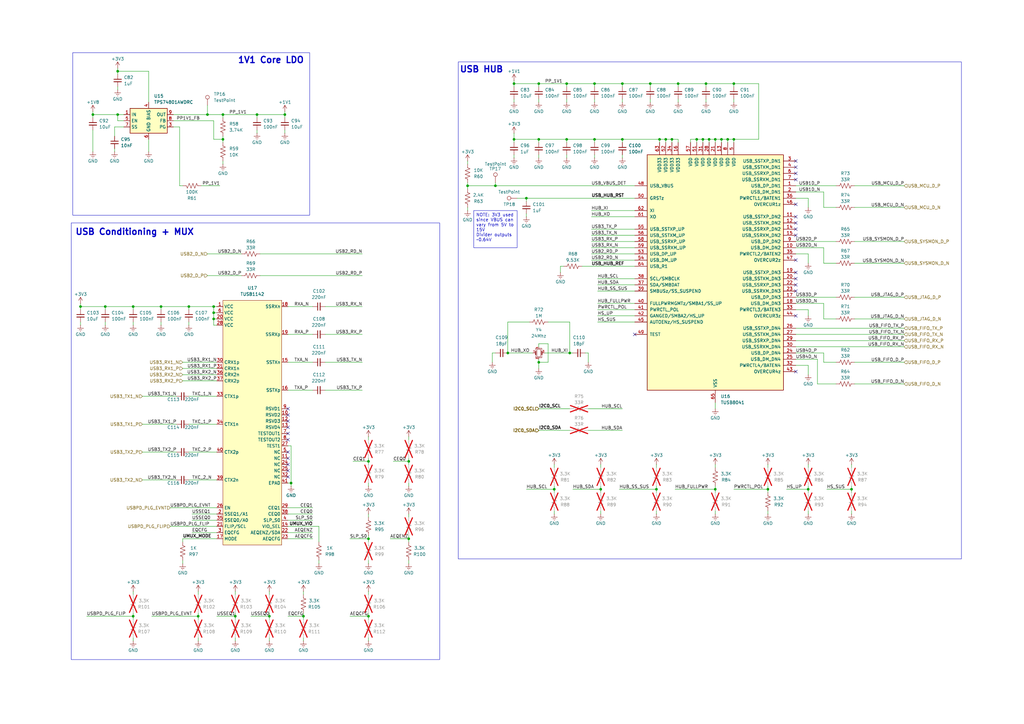
<source format=kicad_sch>
(kicad_sch (version 20231120) (generator "eeschema") (generator_version "8.0")
  (paper "A3")
  (title_block (title "USB Hub") (date "2024-10-14") (rev "2.0") (company "Drexel University") (comment 1 "Designed by John Hofmeyr"))
  (junction (at 116.84 46.99))
  (junction (at 167.64 189.23))
  (junction (at 77.47 125.73))
  (junction (at 290.83 57.15))
  (junction (at 278.13 34.29))
  (junction (at 87.63 128.27))
  (junction (at 270.51 57.15))
  (junction (at 293.37 200.66))
  (junction (at 119.38 198.12))
  (junction (at 273.05 57.15))
  (junction (at 96.52 252.73))
  (junction (at 105.41 46.99))
  (junction (at 91.44 46.99))
  (junction (at 232.41 34.29))
  (junction (at 269.24 200.66))
  (junction (at 289.56 34.29))
  (junction (at 220.98 57.15))
  (junction (at 314.96 200.66))
  (junction (at 124.46 252.73))
  (junction (at 151.13 220.98))
  (junction (at 298.45 57.15))
  (junction (at 288.29 57.15))
  (junction (at 300.99 34.29))
  (junction (at 48.26 46.99))
  (junction (at 293.37 57.15))
  (junction (at 220.98 148.59))
  (junction (at 285.75 57.15))
  (junction (at 266.7 34.29))
  (junction (at 48.26 29.21))
  (junction (at 91.44 57.15))
  (junction (at 295.91 57.15))
  (junction (at 110.49 252.73))
  (junction (at 43.18 125.73))
  (junction (at 300.99 57.15))
  (junction (at 87.63 130.81))
  (junction (at 208.28 144.78))
  (junction (at 331.47 200.66))
  (junction (at 220.98 34.29))
  (junction (at 66.04 125.73))
  (junction (at 255.27 34.29))
  (junction (at 349.25 200.66))
  (junction (at 151.13 252.73))
  (junction (at 210.82 34.29))
  (junction (at 54.61 252.73))
  (junction (at 54.61 125.73))
  (junction (at 227.33 200.66))
  (junction (at 151.13 189.23))
  (junction (at 167.64 220.98))
  (junction (at 210.82 57.15))
  (junction (at 243.84 34.29))
  (junction (at 85.09 46.99))
  (junction (at 203.2 76.2))
  (junction (at 233.68 144.78))
  (junction (at 243.84 57.15))
  (junction (at 275.59 57.15))
  (junction (at 38.1 46.99))
  (junction (at 33.02 125.73))
  (junction (at 255.27 57.15))
  (junction (at 191.77 76.2))
  (junction (at 81.28 252.73))
  (junction (at 232.41 57.15))
  (junction (at 87.63 125.73))
  (junction (at 215.9 81.28))
  (junction (at 246.38 200.66))
  (no_connect (at 118.11 193.04))
  (no_connect (at 118.11 195.58))
  (no_connect (at 326.39 114.3))
  (no_connect (at 326.39 83.82))
  (no_connect (at 118.11 177.8))
  (no_connect (at 326.39 119.38))
  (no_connect (at 326.39 68.58))
  (no_connect (at 326.39 88.9))
  (no_connect (at 118.11 185.42))
  (no_connect (at 118.11 180.34))
  (no_connect (at 326.39 66.04))
  (no_connect (at 326.39 93.98))
  (no_connect (at 118.11 172.72))
  (no_connect (at 118.11 187.96))
  (no_connect (at 326.39 111.76))
  (no_connect (at 326.39 96.52))
  (no_connect (at 118.11 175.26))
  (no_connect (at 326.39 106.68))
  (no_connect (at 326.39 152.4))
  (no_connect (at 326.39 73.66))
  (no_connect (at 260.35 137.16))
  (no_connect (at 118.11 190.5))
  (no_connect (at 118.11 167.64))
  (no_connect (at 326.39 116.84))
  (no_connect (at 326.39 91.44))
  (no_connect (at 118.11 170.18))
  (no_connect (at 326.39 129.54))
  (no_connect (at 326.39 71.12))
  (wire (pts (xy 275.59 57.15) (xy 275.59 58.42)))
  (wire (pts (xy 74.93 151.13) (xy 88.9 151.13)))
  (wire (pts (xy 215.9 81.28) (xy 260.35 81.28)))
  (wire (pts (xy 66.04 125.73) (xy 77.47 125.73)))
  (wire (pts (xy 350.52 107.95) (xy 370.84 107.95)))
  (wire (pts (xy 151.13 219.71) (xy 151.13 220.98)))
  (wire (pts (xy 81.28 252.73) (xy 81.28 254)))
  (wire (pts (xy 191.77 85.09) (xy 191.77 86.36)))
  (wire (pts (xy 69.85 208.28) (xy 88.9 208.28)))
  (wire (pts (xy 220.98 34.29) (xy 232.41 34.29)))
  (wire (pts (xy 232.41 40.64) (xy 232.41 41.91)))
  (wire (pts (xy 289.56 34.29) (xy 300.99 34.29)))
  (wire (pts (xy 335.28 147.32) (xy 335.28 157.48)))
  (wire (pts (xy 38.1 46.99) (xy 48.26 46.99)))
  (wire (pts (xy 77.47 162.56) (xy 88.9 162.56)))
  (wire (pts (xy 285.75 57.15) (xy 285.75 58.42)))
  (wire (pts (xy 217.17 132.08) (xy 208.28 132.08)))
  (wire (pts (xy 326.39 121.92) (xy 342.9 121.92)))
  (wire (pts (xy 167.64 187.96) (xy 167.64 189.23)))
  (wire (pts (xy 233.68 132.08) (xy 233.68 144.78)))
  (wire (pts (xy 54.61 132.08) (xy 54.61 133.35)))
  (wire (pts (xy 224.79 132.08) (xy 233.68 132.08)))
  (wire (pts (xy 118.11 210.82) (xy 128.27 210.82)))
  (wire (pts (xy 273.05 57.15) (xy 273.05 58.42)))
  (wire (pts (xy 255.27 34.29) (xy 266.7 34.29)))
  (wire (pts (xy 240.03 144.78) (xy 241.3 144.78)))
  (wire (pts (xy 278.13 34.29) (xy 289.56 34.29)))
  (wire (pts (xy 87.63 133.35) (xy 88.9 133.35)))
  (wire (pts (xy 118.11 252.73) (xy 124.46 252.73)))
  (wire (pts (xy 326.39 124.46) (xy 337.82 124.46)))
  (wire (pts (xy 167.64 210.82) (xy 167.64 212.09)))
  (wire (pts (xy 350.52 148.59) (xy 370.84 148.59)))
  (wire (pts (xy 87.63 128.27) (xy 88.9 128.27)))
  (wire (pts (xy 288.29 57.15) (xy 288.29 58.42)))
  (wire (pts (xy 33.02 125.73) (xy 33.02 127)))
  (wire (pts (xy 295.91 57.15) (xy 298.45 57.15)))
  (wire (pts (xy 245.11 119.38) (xy 260.35 119.38)))
  (wire (pts (xy 116.84 45.72) (xy 116.84 46.99)))
  (wire (pts (xy 151.13 242.57) (xy 151.13 243.84)))
  (wire (pts (xy 337.82 124.46) (xy 337.82 130.81)))
  (wire (pts (xy 326.39 127) (xy 331.47 127)))
  (wire (pts (xy 91.44 66.04) (xy 91.44 67.31)))
  (wire (pts (xy 210.82 54.61) (xy 210.82 57.15)))
  (wire (pts (xy 151.13 252.73) (xy 151.13 254)))
  (wire (pts (xy 243.84 57.15) (xy 255.27 57.15)))
  (wire (pts (xy 326.39 139.7) (xy 370.84 139.7)))
  (wire (pts (xy 243.84 34.29) (xy 255.27 34.29)))
  (wire (pts (xy 227.33 209.55) (xy 227.33 210.82)))
  (wire (pts (xy 105.41 46.99) (xy 105.41 48.26)))
  (wire (pts (xy 105.41 46.99) (xy 116.84 46.99)))
  (wire (pts (xy 275.59 57.15) (xy 278.13 57.15)))
  (wire (pts (xy 243.84 40.64) (xy 243.84 41.91)))
  (wire (pts (xy 77.47 196.85) (xy 88.9 196.85)))
  (wire (pts (xy 106.68 104.14) (xy 148.59 104.14)))
  (wire (pts (xy 326.39 134.62) (xy 370.84 134.62)))
  (wire (pts (xy 246.38 200.66) (xy 246.38 201.93)))
  (wire (pts (xy 203.2 76.2) (xy 260.35 76.2)))
  (wire (pts (xy 77.47 173.99) (xy 88.9 173.99)))
  (wire (pts (xy 81.28 261.62) (xy 81.28 262.89)))
  (wire (pts (xy 293.37 200.66) (xy 293.37 201.93)))
  (wire (pts (xy 227.33 199.39) (xy 227.33 200.66)))
  (wire (pts (xy 241.3 167.64) (xy 255.27 167.64)))
  (wire (pts (xy 143.51 220.98) (xy 151.13 220.98)))
  (wire (pts (xy 87.63 125.73) (xy 88.9 125.73)))
  (wire (pts (xy 60.96 57.15) (xy 60.96 62.23)))
  (wire (pts (xy 74.93 156.21) (xy 88.9 156.21)))
  (wire (pts (xy 87.63 125.73) (xy 87.63 128.27)))
  (wire (pts (xy 54.61 242.57) (xy 54.61 243.84)))
  (wire (pts (xy 335.28 157.48) (xy 342.9 157.48)))
  (wire (pts (xy 331.47 190.5) (xy 331.47 191.77)))
  (wire (pts (xy 124.46 242.57) (xy 124.46 243.84)))
  (wire (pts (xy 54.61 251.46) (xy 54.61 252.73)))
  (wire (pts (xy 203.2 144.78) (xy 201.93 144.78)))
  (wire (pts (xy 143.51 252.73) (xy 151.13 252.73)))
  (wire (pts (xy 331.47 127) (xy 331.47 129.54)))
  (wire (pts (xy 167.64 229.87) (xy 167.64 231.14)))
  (wire (pts (xy 151.13 251.46) (xy 151.13 252.73)))
  (wire (pts (xy 246.38 190.5) (xy 246.38 191.77)))
  (wire (pts (xy 229.87 109.22) (xy 229.87 111.76)))
  (wire (pts (xy 232.41 57.15) (xy 243.84 57.15)))
  (wire (pts (xy 87.63 130.81) (xy 88.9 130.81)))
  (wire (pts (xy 242.57 101.6) (xy 260.35 101.6)))
  (wire (pts (xy 74.93 229.87) (xy 74.93 231.14)))
  (wire (pts (xy 289.56 40.64) (xy 289.56 41.91)))
  (wire (pts (xy 91.44 46.99) (xy 105.41 46.99)))
  (wire (pts (xy 118.11 198.12) (xy 119.38 198.12)))
  (wire (pts (xy 167.64 198.12) (xy 167.64 199.39)))
  (wire (pts (xy 38.1 53.34) (xy 38.1 62.23)))
  (wire (pts (xy 326.39 144.78) (xy 337.82 144.78)))
  (wire (pts (xy 77.47 185.42) (xy 88.9 185.42)))
  (wire (pts (xy 96.52 251.46) (xy 96.52 252.73)))
  (wire (pts (xy 231.14 109.22) (xy 229.87 109.22)))
  (wire (pts (xy 48.26 27.94) (xy 48.26 29.21)))
  (wire (pts (xy 242.57 99.06) (xy 260.35 99.06)))
  (wire (pts (xy 349.25 200.66) (xy 349.25 201.93)))
  (wire (pts (xy 241.3 144.78) (xy 241.3 148.59)))
  (wire (pts (xy 243.84 34.29) (xy 243.84 35.56)))
  (wire (pts (xy 350.52 85.09) (xy 370.84 85.09)))
  (wire (pts (xy 54.61 252.73) (xy 54.61 254)))
  (wire (pts (xy 77.47 125.73) (xy 87.63 125.73)))
  (wire (pts (xy 326.39 147.32) (xy 335.28 147.32)))
  (wire (pts (xy 130.81 229.87) (xy 130.81 231.14)))
  (wire (pts (xy 48.26 35.56) (xy 48.26 36.83)))
  (wire (pts (xy 167.64 220.98) (xy 167.64 222.25)))
  (wire (pts (xy 245.11 116.84) (xy 260.35 116.84)))
  (wire (pts (xy 151.13 261.62) (xy 151.13 262.89)))
  (wire (pts (xy 326.39 101.6) (xy 337.82 101.6)))
  (wire (pts (xy 54.61 261.62) (xy 54.61 262.89)))
  (wire (pts (xy 87.63 128.27) (xy 87.63 130.81)))
  (wire (pts (xy 151.13 198.12) (xy 151.13 199.39)))
  (wire (pts (xy 38.1 46.99) (xy 38.1 48.26)))
  (wire (pts (xy 278.13 34.29) (xy 278.13 35.56)))
  (wire (pts (xy 210.82 57.15) (xy 220.98 57.15)))
  (wire (pts (xy 331.47 209.55) (xy 331.47 210.82)))
  (wire (pts (xy 255.27 63.5) (xy 255.27 64.77)))
  (wire (pts (xy 99.06 104.14) (xy 85.09 104.14)))
  (wire (pts (xy 224.79 148.59) (xy 220.98 148.59)))
  (wire (pts (xy 293.37 165.1) (xy 293.37 167.64)))
  (wire (pts (xy 270.51 57.15) (xy 270.51 58.42)))
  (wire (pts (xy 58.42 162.56) (xy 72.39 162.56)))
  (wire (pts (xy 283.21 57.15) (xy 283.21 58.42)))
  (wire (pts (xy 43.18 132.08) (xy 43.18 133.35)))
  (wire (pts (xy 78.74 213.36) (xy 88.9 213.36)))
  (wire (pts (xy 74.93 220.98) (xy 74.93 222.25)))
  (wire (pts (xy 337.82 130.81) (xy 342.9 130.81)))
  (wire (pts (xy 220.98 140.97) (xy 224.79 140.97)))
  (wire (pts (xy 151.13 229.87) (xy 151.13 231.14)))
  (wire (pts (xy 326.39 149.86) (xy 331.47 149.86)))
  (wire (pts (xy 124.46 252.73) (xy 124.46 254)))
  (wire (pts (xy 48.26 29.21) (xy 48.26 30.48)))
  (wire (pts (xy 331.47 199.39) (xy 331.47 200.66)))
  (wire (pts (xy 106.68 113.03) (xy 148.59 113.03)))
  (wire (pts (xy 96.52 252.73) (xy 96.52 254)))
  (wire (pts (xy 255.27 40.64) (xy 255.27 41.91)))
  (wire (pts (xy 77.47 132.08) (xy 77.47 133.35)))
  (wire (pts (xy 288.29 57.15) (xy 290.83 57.15)))
  (wire (pts (xy 293.37 190.5) (xy 293.37 191.77)))
  (wire (pts (xy 220.98 142.24) (xy 220.98 140.97)))
  (wire (pts (xy 38.1 45.72) (xy 38.1 46.99)))
  (wire (pts (xy 245.11 124.46) (xy 260.35 124.46)))
  (wire (pts (xy 81.28 242.57) (xy 81.28 243.84)))
  (wire (pts (xy 33.02 124.46) (xy 33.02 125.73)))
  (wire (pts (xy 337.82 148.59) (xy 342.9 148.59)))
  (wire (pts (xy 311.15 34.29) (xy 300.99 34.29)))
  (wire (pts (xy 254 200.66) (xy 269.24 200.66)))
  (wire (pts (xy 33.02 132.08) (xy 33.02 133.35)))
  (wire (pts (xy 314.96 190.5) (xy 314.96 191.77)))
  (wire (pts (xy 74.93 153.67) (xy 88.9 153.67)))
  (wire (pts (xy 208.28 144.78) (xy 218.44 144.78)))
  (wire (pts (xy 151.13 220.98) (xy 151.13 222.25)))
  (wire (pts (xy 326.39 99.06) (xy 342.9 99.06)))
  (wire (pts (xy 212.09 81.28) (xy 215.9 81.28)))
  (wire (pts (xy 350.52 121.92) (xy 370.84 121.92)))
  (wire (pts (xy 133.35 160.02) (xy 148.59 160.02)))
  (wire (pts (xy 48.26 46.99) (xy 50.8 46.99)))
  (wire (pts (xy 349.25 209.55) (xy 349.25 210.82)))
  (wire (pts (xy 71.12 46.99) (xy 85.09 46.99)))
  (wire (pts (xy 110.49 251.46) (xy 110.49 252.73)))
  (wire (pts (xy 128.27 148.59) (xy 118.11 148.59)))
  (wire (pts (xy 215.9 81.28) (xy 215.9 82.55)))
  (wire (pts (xy 87.63 49.53) (xy 87.63 57.15)))
  (wire (pts (xy 87.63 130.81) (xy 87.63 133.35)))
  (wire (pts (xy 167.64 219.71) (xy 167.64 220.98)))
  (wire (pts (xy 91.44 46.99) (xy 91.44 48.26)))
  (wire (pts (xy 118.11 208.28) (xy 128.27 208.28)))
  (wire (pts (xy 283.21 57.15) (xy 285.75 57.15)))
  (wire (pts (xy 210.82 63.5) (xy 210.82 64.77)))
  (wire (pts (xy 35.56 252.73) (xy 54.61 252.73)))
  (wire (pts (xy 293.37 199.39) (xy 293.37 200.66)))
  (wire (pts (xy 220.98 34.29) (xy 220.98 35.56)))
  (wire (pts (xy 295.91 57.15) (xy 295.91 58.42)))
  (wire (pts (xy 220.98 40.64) (xy 220.98 41.91)))
  (wire (pts (xy 350.52 130.81) (xy 370.84 130.81)))
  (wire (pts (xy 243.84 57.15) (xy 243.84 58.42)))
  (wire (pts (xy 350.52 99.06) (xy 370.84 99.06)))
  (wire (pts (xy 245.11 127) (xy 260.35 127)))
  (wire (pts (xy 242.57 104.14) (xy 260.35 104.14)))
  (wire (pts (xy 326.39 76.2) (xy 342.9 76.2)))
  (wire (pts (xy 43.18 125.73) (xy 43.18 127)))
  (wire (pts (xy 118.11 218.44) (xy 128.27 218.44)))
  (wire (pts (xy 290.83 57.15) (xy 293.37 57.15)))
  (wire (pts (xy 326.39 78.74) (xy 337.82 78.74)))
  (wire (pts (xy 118.11 220.98) (xy 128.27 220.98)))
  (wire (pts (xy 266.7 34.29) (xy 278.13 34.29)))
  (wire (pts (xy 130.81 222.25) (xy 130.81 215.9)))
  (wire (pts (xy 255.27 57.15) (xy 255.27 58.42)))
  (wire (pts (xy 246.38 199.39) (xy 246.38 200.66)))
  (wire (pts (xy 46.99 52.07) (xy 46.99 55.88)))
  (wire (pts (xy 266.7 34.29) (xy 266.7 35.56)))
  (wire (pts (xy 293.37 209.55) (xy 293.37 210.82)))
  (wire (pts (xy 210.82 57.15) (xy 210.82 58.42)))
  (wire (pts (xy 191.77 76.2) (xy 191.77 77.47)))
  (wire (pts (xy 232.41 63.5) (xy 232.41 64.77)))
  (wire (pts (xy 116.84 53.34) (xy 116.84 54.61)))
  (wire (pts (xy 285.75 57.15) (xy 288.29 57.15)))
  (wire (pts (xy 81.28 251.46) (xy 81.28 252.73)))
  (wire (pts (xy 210.82 33.02) (xy 210.82 34.29)))
  (wire (pts (xy 151.13 189.23) (xy 151.13 190.5)))
  (wire (pts (xy 66.04 132.08) (xy 66.04 133.35)))
  (wire (pts (xy 74.93 148.59) (xy 88.9 148.59)))
  (wire (pts (xy 337.82 144.78) (xy 337.82 148.59)))
  (wire (pts (xy 215.9 200.66) (xy 227.33 200.66)))
  (wire (pts (xy 298.45 57.15) (xy 298.45 58.42)))
  (wire (pts (xy 60.96 29.21) (xy 60.96 41.91)))
  (wire (pts (xy 243.84 63.5) (xy 243.84 64.77)))
  (wire (pts (xy 326.39 104.14) (xy 331.47 104.14)))
  (wire (pts (xy 331.47 81.28) (xy 331.47 85.09)))
  (wire (pts (xy 293.37 57.15) (xy 295.91 57.15)))
  (wire (pts (xy 48.26 49.53) (xy 48.26 46.99)))
  (wire (pts (xy 110.49 252.73) (xy 110.49 254)))
  (wire (pts (xy 54.61 125.73) (xy 66.04 125.73)))
  (wire (pts (xy 322.58 200.66) (xy 331.47 200.66)))
  (wire (pts (xy 215.9 87.63) (xy 215.9 88.9)))
  (wire (pts (xy 298.45 57.15) (xy 300.99 57.15)))
  (wire (pts (xy 245.11 132.08) (xy 260.35 132.08)))
  (wire (pts (xy 77.47 125.73) (xy 77.47 127)))
  (wire (pts (xy 118.11 213.36) (xy 128.27 213.36)))
  (wire (pts (xy 224.79 140.97) (xy 224.79 148.59)))
  (wire (pts (xy 245.11 114.3) (xy 260.35 114.3)))
  (wire (pts (xy 242.57 96.52) (xy 260.35 96.52)))
  (wire (pts (xy 242.57 88.9) (xy 260.35 88.9)))
  (wire (pts (xy 331.47 149.86) (xy 331.47 153.67)))
  (wire (pts (xy 69.85 215.9) (xy 88.9 215.9)))
  (wire (pts (xy 238.76 109.22) (xy 260.35 109.22)))
  (wire (pts (xy 234.95 200.66) (xy 246.38 200.66)))
  (wire (pts (xy 91.44 57.15) (xy 91.44 58.42)))
  (wire (pts (xy 269.24 199.39) (xy 269.24 200.66)))
  (wire (pts (xy 128.27 125.73) (xy 118.11 125.73)))
  (wire (pts (xy 227.33 200.66) (xy 227.33 201.93)))
  (wire (pts (xy 350.52 157.48) (xy 370.84 157.48)))
  (wire (pts (xy 73.66 76.2) (xy 74.93 76.2)))
  (wire (pts (xy 54.61 125.73) (xy 54.61 127)))
  (wire (pts (xy 119.38 182.88) (xy 119.38 198.12)))
  (wire (pts (xy 50.8 49.53) (xy 48.26 49.53)))
  (wire (pts (xy 191.77 67.31) (xy 191.77 66.04)))
  (wire (pts (xy 326.39 81.28) (xy 331.47 81.28)))
  (wire (pts (xy 300.99 57.15) (xy 300.99 58.42)))
  (wire (pts (xy 289.56 34.29) (xy 289.56 35.56)))
  (wire (pts (xy 276.86 200.66) (xy 293.37 200.66)))
  (wire (pts (xy 223.52 144.78) (xy 233.68 144.78)))
  (wire (pts (xy 232.41 34.29) (xy 232.41 35.56)))
  (wire (pts (xy 160.02 220.98) (xy 167.64 220.98)))
  (wire (pts (xy 278.13 57.15) (xy 278.13 58.42)))
  (wire (pts (xy 314.96 209.55) (xy 314.96 210.82)))
  (wire (pts (xy 87.63 57.15) (xy 91.44 57.15)))
  (wire (pts (xy 110.49 242.57) (xy 110.49 243.84)))
  (wire (pts (xy 300.99 34.29) (xy 300.99 35.56)))
  (wire (pts (xy 201.93 144.78) (xy 201.93 148.59)))
  (wire (pts (xy 71.12 49.53) (xy 87.63 49.53)))
  (wire (pts (xy 337.82 107.95) (xy 342.9 107.95)))
  (wire (pts (xy 331.47 104.14) (xy 331.47 107.95)))
  (wire (pts (xy 269.24 209.55) (xy 269.24 210.82)))
  (wire (pts (xy 314.96 199.39) (xy 314.96 200.66)))
  (wire (pts (xy 311.15 57.15) (xy 311.15 34.29)))
  (wire (pts (xy 208.28 132.08) (xy 208.28 144.78)))
  (wire (pts (xy 85.09 43.18) (xy 85.09 46.99)))
  (wire (pts (xy 133.35 125.73) (xy 148.59 125.73)))
  (wire (pts (xy 220.98 57.15) (xy 232.41 57.15)))
  (wire (pts (xy 133.35 148.59) (xy 148.59 148.59)))
  (wire (pts (xy 242.57 93.98) (xy 260.35 93.98)))
  (wire (pts (xy 91.44 55.88) (xy 91.44 57.15)))
  (wire (pts (xy 50.8 52.07) (xy 46.99 52.07)))
  (wire (pts (xy 227.33 190.5) (xy 227.33 191.77)))
  (wire (pts (xy 74.93 220.98) (xy 88.9 220.98)))
  (wire (pts (xy 241.3 176.53) (xy 255.27 176.53)))
  (wire (pts (xy 337.82 78.74) (xy 337.82 85.09)))
  (wire (pts (xy 144.78 189.23) (xy 151.13 189.23)))
  (wire (pts (xy 124.46 251.46) (xy 124.46 252.73)))
  (wire (pts (xy 85.09 46.99) (xy 91.44 46.99)))
  (wire (pts (xy 232.41 34.29) (xy 243.84 34.29)))
  (wire (pts (xy 242.57 86.36) (xy 260.35 86.36)))
  (wire (pts (xy 220.98 167.64) (xy 233.68 167.64)))
  (wire (pts (xy 71.12 52.07) (xy 73.66 52.07)))
  (wire (pts (xy 203.2 74.93) (xy 203.2 76.2)))
  (wire (pts (xy 73.66 76.2) (xy 73.66 52.07)))
  (wire (pts (xy 220.98 176.53) (xy 233.68 176.53)))
  (wire (pts (xy 245.11 129.54) (xy 260.35 129.54)))
  (wire (pts (xy 266.7 40.64) (xy 266.7 41.91)))
  (wire (pts (xy 269.24 190.5) (xy 269.24 191.77)))
  (wire (pts (xy 151.13 210.82) (xy 151.13 212.09)))
  (wire (pts (xy 128.27 137.16) (xy 118.11 137.16)))
  (wire (pts (xy 58.42 173.99) (xy 72.39 173.99)))
  (wire (pts (xy 210.82 34.29) (xy 210.82 35.56)))
  (wire (pts (xy 314.96 200.66) (xy 314.96 201.93)))
  (wire (pts (xy 290.83 57.15) (xy 290.83 58.42)))
  (wire (pts (xy 300.99 200.66) (xy 314.96 200.66)))
  (wire (pts (xy 350.52 76.2) (xy 370.84 76.2)))
  (wire (pts (xy 116.84 46.99) (xy 116.84 48.26)))
  (wire (pts (xy 349.25 199.39) (xy 349.25 200.66)))
  (wire (pts (xy 326.39 137.16) (xy 370.84 137.16)))
  (wire (pts (xy 293.37 57.15) (xy 293.37 58.42)))
  (wire (pts (xy 151.13 179.07) (xy 151.13 180.34)))
  (wire (pts (xy 78.74 218.44) (xy 88.9 218.44)))
  (wire (pts (xy 220.98 148.59) (xy 220.98 151.13)))
  (wire (pts (xy 124.46 261.62) (xy 124.46 262.89)))
  (wire (pts (xy 161.29 189.23) (xy 167.64 189.23)))
  (wire (pts (xy 337.82 101.6) (xy 337.82 107.95)))
  (wire (pts (xy 105.41 53.34) (xy 105.41 54.61)))
  (wire (pts (xy 58.42 185.42) (xy 72.39 185.42)))
  (wire (pts (xy 300.99 40.64) (xy 300.99 41.91)))
  (wire (pts (xy 255.27 57.15) (xy 270.51 57.15)))
  (wire (pts (xy 220.98 63.5) (xy 220.98 64.77)))
  (wire (pts (xy 270.51 57.15) (xy 273.05 57.15)))
  (wire (pts (xy 233.68 144.78) (xy 234.95 144.78)))
  (wire (pts (xy 220.98 147.32) (xy 220.98 148.59)))
  (wire (pts (xy 118.11 215.9) (xy 130.81 215.9)))
  (wire (pts (xy 46.99 60.96) (xy 46.99 62.23)))
  (wire (pts (xy 337.82 85.09) (xy 342.9 85.09)))
  (wire (pts (xy 242.57 106.68) (xy 260.35 106.68)))
  (wire (pts (xy 167.64 189.23) (xy 167.64 190.5)))
  (wire (pts (xy 269.24 200.66) (xy 269.24 201.93)))
  (wire (pts (xy 118.11 182.88) (xy 119.38 182.88)))
  (wire (pts (xy 246.38 209.55) (xy 246.38 210.82)))
  (wire (pts (xy 167.64 179.07) (xy 167.64 180.34)))
  (wire (pts (xy 326.39 142.24) (xy 370.84 142.24)))
  (wire (pts (xy 110.49 261.62) (xy 110.49 262.89)))
  (wire (pts (xy 96.52 242.57) (xy 96.52 243.84)))
  (wire (pts (xy 48.26 29.21) (xy 60.96 29.21)))
  (wire (pts (xy 82.55 76.2) (xy 90.17 76.2)))
  (wire (pts (xy 99.06 113.03) (xy 85.09 113.03)))
  (wire (pts (xy 300.99 57.15) (xy 311.15 57.15)))
  (wire (pts (xy 349.25 190.5) (xy 349.25 191.77)))
  (wire (pts (xy 331.47 200.66) (xy 331.47 201.93)))
  (wire (pts (xy 33.02 125.73) (xy 43.18 125.73)))
  (wire (pts (xy 88.9 252.73) (xy 96.52 252.73)))
  (wire (pts (xy 133.35 137.16) (xy 148.59 137.16)))
  (wire (pts (xy 96.52 261.62) (xy 96.52 262.89)))
  (wire (pts (xy 273.05 57.15) (xy 275.59 57.15)))
  (wire (pts (xy 66.04 125.73) (xy 66.04 127)))
  (wire (pts (xy 151.13 187.96) (xy 151.13 189.23)))
  (wire (pts (xy 128.27 160.02) (xy 118.11 160.02)))
  (wire (pts (xy 78.74 210.82) (xy 88.9 210.82)))
  (wire (pts (xy 232.41 57.15) (xy 232.41 58.42)))
  (wire (pts (xy 255.27 34.29) (xy 255.27 35.56)))
  (wire (pts (xy 220.98 57.15) (xy 220.98 58.42)))
  (wire (pts (xy 102.87 252.73) (xy 110.49 252.73)))
  (wire (pts (xy 210.82 40.64) (xy 210.82 41.91)))
  (wire (pts (xy 43.18 125.73) (xy 54.61 125.73)))
  (wire (pts (xy 119.38 198.12) (xy 119.38 199.39)))
  (wire (pts (xy 339.09 200.66) (xy 349.25 200.66)))
  (wire (pts (xy 58.42 196.85) (xy 72.39 196.85)))
  (wire (pts (xy 191.77 74.93) (xy 191.77 76.2)))
  (wire (pts (xy 62.23 252.73) (xy 81.28 252.73)))
  (wire (pts (xy 191.77 76.2) (xy 203.2 76.2)))
  (wire (pts (xy 278.13 40.64) (xy 278.13 41.91)))
  (wire (pts (xy 210.82 34.29) (xy 220.98 34.29)))
  (rectangle (start 29.845 21.59) (end 127 88.265))
  (rectangle (start 29.21 91.44) (end 180.34 270.51))
  (rectangle (start 187.96 25.4) (end 394.335 229.235))
  (text_box "NOTE: 3V3 used since VBUS can vary from 5V to 15V\nDivider outputs ~0.64V" (at 194.31 86.36 0) (size 17.78 15.24) (effects (font (size 1.27 1.27)) (justify left top)))
  (text "USB Conditioning + MUX" (at 55.245 95.25 0) (effects (font (size 2.54 2.54) (thickness 0.508) (bold yes))))
  (text "1V1 Core LDO" (at 111.125 24.765 0) (effects (font (size 2.54 2.54) (thickness 0.508) (bold yes))))
  (text "USB HUB" (at 197.485 28.575 0) (effects (font (size 2.54 2.54) (thickness 0.508) (bold yes))))
  (label "HUB_SDA" (at 234.95 200.66 0))
  (label "USB_HUB_REF" (at 242.57 109.22 0) (effects (font (bold yes))))
  (label "USB3_TX1_P" (at 72.39 173.99 180))
  (label "USB3_TX_N" (at 242.57 96.52 0))
  (label "TXC_1_N" (at 78.74 162.56 0))
  (label "USSEQ0" (at 102.87 252.73 0))
  (label "I2C0_SCL" (at 220.98 167.64 0) (effects (font (bold yes))))
  (label "USB3_TX_P" (at 148.59 160.02 180))
  (label "USBPD_PLG_EVNT" (at 62.23 252.73 0))
  (label "RXA_P" (at 120.65 137.16 0))
  (label "USB_FIFO_TX_P" (at 370.84 134.62 180))
  (label "USB3_RX1_P" (at 88.9 151.13 180))
  (label "AEQCFG" (at 128.27 220.98 180))
  (label "USB2D_N" (at 326.39 101.6 0))
  (label "USB_JTAG_D_P" (at 370.84 121.92 180))
  (label "USB2_D_P" (at 99.06 113.03 180))
  (label "HUB_SCL" (at 215.9 200.66 0))
  (label "HUB_XO" (at 242.57 88.9 0))
  (label "HUB_XO" (at 217.17 144.78 180))
  (label "USB3_RX1_N" (at 88.9 148.59 180))
  (label "USB3_RX2_P" (at 88.9 156.21 180))
  (label "USB_FIFO_D_N" (at 370.84 157.48 180))
  (label "USB2_RD_P" (at 242.57 104.14 0))
  (label "USB_JTAG_D_N" (at 370.84 130.81 180))
  (label "HS_UP" (at 322.58 200.66 0))
  (label "USB3_TX_N" (at 148.59 148.59 180))
  (label "USB4D_P" (at 326.39 144.78 0))
  (label "PP_1V1" (at 90.17 76.2 180))
  (label "HUB_SDA" (at 255.27 176.53 180))
  (label "USB2_RD_N" (at 242.57 106.68 0))
  (label "USB_HUB_RST" (at 242.57 81.28 0) (effects (font (bold yes))))
  (label "TXC_1_P" (at 78.74 173.99 0))
  (label "USB_FIFO_TX_N" (at 370.84 137.16 180))
  (label "USB3D_P" (at 326.39 121.92 0))
  (label "HUB_FULLPWR" (at 276.86 200.66 0))
  (label "HUB_XI" (at 226.06 144.78 0))
  (label "EQCFG" (at 78.74 218.44 0))
  (label "HUB_SCL" (at 255.27 167.64 180))
  (label "USB_VBUS_DET" (at 242.57 76.2 0))
  (label "SLP_S0" (at 143.51 220.98 0))
  (label "USB2D_P" (at 326.39 99.06 0))
  (label "USB3_RX_P" (at 242.57 99.06 0))
  (label "CEQ0" (at 161.29 189.23 0))
  (label "PP_1V1" (at 223.52 34.29 0))
  (label "CEQ1" (at 128.27 208.28 180))
  (label "PWRCTL_POL" (at 245.11 127 0))
  (label "I2C0_SDA" (at 220.98 176.53 0) (effects (font (bold yes))))
  (label "USB4D_N" (at 326.39 147.32 0))
  (label "AEQENZ" (at 160.02 220.98 0))
  (label "USB_SYSMON_D_N" (at 370.84 107.95 180))
  (label "TXC_2_N" (at 78.74 196.85 0))
  (label "HS_SUS" (at 245.11 132.08 0))
  (label "HUB_SCL" (at 245.11 114.3 0))
  (label "USSEQ0" (at 78.74 213.36 0))
  (label "USBPD_PLG_FLIP" (at 35.56 252.73 0))
  (label "PP1V1_FB" (at 72.39 49.53 0))
  (label "HUB_SS_SUS" (at 254 200.66 0))
  (label "HUB_SDA" (at 245.11 116.84 0))
  (label "CEQ0" (at 128.27 210.82 180))
  (label "AEQCFG" (at 143.51 252.73 0))
  (label "RXA_N" (at 120.65 125.73 0))
  (label "HUB_XI" (at 242.57 86.36 0))
  (label "USB3_TX1_N" (at 72.39 162.56 180))
  (label "HUB_SS_SUS" (at 245.11 119.38 0))
  (label "USB3_TX_P" (at 242.57 93.98 0))
  (label "USB3_RX_N" (at 148.59 125.73 180))
  (label "EQCFG" (at 118.11 252.73 0))
  (label "USB1D_P" (at 327.66 76.2 0))
  (label "USB_SYSMON_D_P" (at 370.84 99.06 180))
  (label "USB3_RX_N" (at 242.57 101.6 0))
  (label "USB3_RX2_N" (at 88.9 153.67 180))
  (label "USB3_RX_P" (at 148.59 137.16 180))
  (label "USBPD_PLG_FLIP" (at 69.85 215.9 0))
  (label "USB3_TX2_P" (at 72.39 185.42 180))
  (label "PWRCTL_POL" (at 300.99 200.66 0))
  (label "TXA_N" (at 120.65 148.59 0))
  (label "SLP_S0" (at 128.27 213.36 180))
  (label "USB_MCU_D_P" (at 370.84 76.2 180))
  (label "USB_MCU_D_N" (at 370.84 85.09 180))
  (label "USB2_RD_P" (at 148.59 113.03 180))
  (label "UMUX_VIO" (at 128.27 215.9 180) (effects (font (bold yes))))
  (label "USB1D_N" (at 327.66 78.74 0))
  (label "USB_FIFO_RX_P" (at 370.84 139.7 180))
  (label "TXA_P" (at 120.65 160.02 0))
  (label "USB_FIFO_D_P" (at 370.84 148.59 180))
  (label "USSEQ1" (at 88.9 252.73 0))
  (label "TXC_2_P" (at 78.74 185.42 0))
  (label "USSEQ1" (at 78.74 210.82 0))
  (label "USB_FIFO_RX_N" (at 370.84 142.24 180))
  (label "USBPD_PLG_EVNT" (at 86.36 208.28 180))
  (label "PP_1V1" (at 93.98 46.99 0))
  (label "USB3_TX2_N" (at 72.39 196.85 180))
  (label "USB3D_N" (at 326.39 124.46 0))
  (label "HS_UP" (at 245.11 129.54 0))
  (label "HUB_FULLPWR" (at 245.11 124.46 0))
  (label "USB2_D_N" (at 99.06 104.14 180))
  (label "UMUX_MODE" (at 74.93 220.98 0) (effects (font (bold yes))))
  (label "AEQENZ" (at 128.27 218.44 180))
  (label "HS_SUS" (at 339.09 200.66 0))
  (label "USB2_RD_N" (at 148.59 104.14 180))
  (label "CEQ1" (at 144.78 189.23 0))
  (hierarchical_label "USB_FIFO_D_P" (shape input) (at 370.84 148.59 0))
  (hierarchical_label "I2C0_SCL" (shape input) (at 220.98 167.64 180) (effects (font (bold yes))))
  (hierarchical_label "USBPD_PLG_EVNT" (shape input) (at 69.85 208.28 180))
  (hierarchical_label "USB_FIFO_D_N" (shape input) (at 370.84 157.48 0))
  (hierarchical_label "USB2_D_P" (shape input) (at 85.09 113.03 180))
  (hierarchical_label "USB_SYSMON_D_P" (shape input) (at 370.84 99.06 0))
  (hierarchical_label "USB3_RX1_N" (shape input) (at 74.93 148.59 180))
  (hierarchical_label "USB3_RX2_P" (shape input) (at 74.93 156.21 180))
  (hierarchical_label "USB_SYSMON_D_N" (shape input) (at 370.84 107.95 0))
  (hierarchical_label "USB3_TX1_P" (shape input) (at 58.42 173.99 180))
  (hierarchical_label "USB_JTAG_D_N" (shape input) (at 370.84 130.81 0))
  (hierarchical_label "USB3_TX2_P" (shape input) (at 58.42 185.42 180))
  (hierarchical_label "USB_FIFO_RX_N" (shape input) (at 370.84 142.24 0))
  (hierarchical_label "USB3_RX1_P" (shape input) (at 74.93 151.13 180))
  (hierarchical_label "USB_FIFO_RX_P" (shape input) (at 370.84 139.7 0))
  (hierarchical_label "USB_JTAG_D_P" (shape input) (at 370.84 121.92 0))
  (hierarchical_label "USB_FIFO_TX_N" (shape input) (at 370.84 137.16 0))
  (hierarchical_label "USB2_D_N" (shape input) (at 85.09 104.14 180))
  (hierarchical_label "USB_FIFO_TX_P" (shape input) (at 370.84 134.62 0))
  (hierarchical_label "USB_MCU_D_N" (shape input) (at 370.84 85.09 0))
  (hierarchical_label "USB3_RX2_N" (shape input) (at 74.93 153.67 180))
  (hierarchical_label "USB3_TX1_N" (shape input) (at 58.42 162.56 180))
  (hierarchical_label "USBPD_PLG_FLIP" (shape input) (at 69.85 215.9 180))
  (hierarchical_label "I2C0_SDA" (shape input) (at 220.98 176.53 180) (effects (font (bold yes))))
  (hierarchical_label "USB_MCU_D_P" (shape input) (at 370.84 76.2 0))
  (hierarchical_label "USB3_TX2_N" (shape input) (at 58.42 196.85 180))
  (symbol (lib_id "Device:R_US") (at 78.74 76.2 270) (mirror x) (unit 1)
    (property "Reference" "R61" (at 78.74 81.28 90))
    (property "Value" "100K" (at 78.74 78.74 90))
    (property "Footprint" "Resistor_SMD:R_0201_0603Metric" (effects (hide yes)))
    (property "Description" "Resistor, US symbol" (effects (hide yes)))
  )
  (symbol (lib_id "power:GND") (at 201.93 148.59 0) (unit 1)
    (property "Reference" "#PWR0207" (effects (hide yes)))
    (property "Value" "GND" (at 201.93 152.4 0))
    (property "Description" "Power symbol creates a global label with name \"GND\" , ground" (effects (hide yes)))
  )
  (symbol (lib_id "Device:R_US") (at 102.87 104.14 270) (unit 1)
    (property "Reference" "R66" (at 102.87 99.06 90))
    (property "Value" "33R" (at 102.87 101.6 90))
    (property "Footprint" "Resistor_SMD:R_0201_0603Metric" (effects (hide yes)))
    (property "Description" "Resistor, US symbol" (effects (hide yes)))
  )
  (symbol (lib_id "Device:R_US") (at 293.37 195.58 180) (unit 1)
    (property "Reference" "R84" (at 297.815 196.85 0))
    (property "Value" "3.3K" (at 297.815 194.31 0))
    (property "Footprint" "Resistor_SMD:R_0201_0603Metric" (effects (hide yes)))
    (property "Description" "Resistor, US symbol" (effects (hide yes)))
  )
  (symbol (lib_id "power:GND") (at 191.77 86.36 0) (unit 1)
    (property "Reference" "#PWR0196" (effects (hide yes)))
    (property "Value" "GND" (at 191.77 90.17 0))
    (property "Description" "Power symbol creates a global label with name \"GND\" , ground" (effects (hide yes)))
  )
  (symbol (lib_id "Device:R_US") (at 346.71 121.92 270) (unit 1)
    (property "Reference" "R70" (at 346.71 116.84 90))
    (property "Value" "33R" (at 346.71 119.38 90))
    (property "Footprint" "Resistor_SMD:R_0201_0603Metric" (effects (hide yes)))
    (property "Description" "Resistor, US symbol" (effects (hide yes)))
  )
  (symbol (lib_id "Device:R_US") (at 237.49 176.53 270) (unit 1) (dnp yes)
    (property "Reference" "R76" (at 237.49 171.45 90))
    (property "Value" "33R" (at 237.49 173.99 90))
    (property "Footprint" "Resistor_SMD:R_0201_0603Metric" (effects (hide yes)))
    (property "Description" "Resistor, US symbol" (effects (hide yes)))
  )
  (symbol (lib_id "Device:R_US") (at 102.87 113.03 270) (unit 1)
    (property "Reference" "R69" (at 102.87 107.95 90))
    (property "Value" "33R" (at 102.87 110.49 90))
    (property "Footprint" "Resistor_SMD:R_0201_0603Metric" (effects (hide yes)))
    (property "Description" "Resistor, US symbol" (effects (hide yes)))
  )
  (symbol (lib_id "power:GND") (at 293.37 167.64 0) (unit 1)
    (property "Reference" "#PWR0211" (effects (hide yes)))
    (property "Value" "GND" (at 293.37 171.45 0))
    (property "Description" "Power symbol creates a global label with name \"GND\" , ground" (effects (hide yes)))
  )
  (symbol (lib_id "Device:C_Small") (at 130.81 125.73 90) (unit 1)
    (property "Reference" "C102" (at 130.8163 119.38 90))
    (property "Value" "220nF" (at 130.8163 121.92 90))
    (property "Footprint" "Capacitor_SMD:C_0201_0603Metric" (effects (hide yes)))
    (property "Description" "Unpolarized capacitor, small symbol" (effects (hide yes)))
  )
  (symbol (lib_id "Device:R_US") (at 110.49 257.81 180) (unit 1) (dnp yes)
    (property "Reference" "R110" (at 114.935 259.08 0))
    (property "Value" "3.3K" (at 114.935 256.54 0))
    (property "Footprint" "Resistor_SMD:R_0201_0603Metric" (effects (hide yes)))
    (property "Description" "Resistor, US symbol" (effects (hide yes)))
  )
  (symbol (lib_id "Device:C_Small") (at 66.04 129.54 0) (unit 1)
    (property "Reference" "C106" (at 68.58 128.2762 0) (effects (justify left)))
    (property "Value" "100nF" (at 68.58 130.8162 0) (effects (justify left)))
    (property "Footprint" "Capacitor_SMD:C_0201_0603Metric" (effects (hide yes)))
    (property "Description" "Unpolarized capacitor, small symbol" (effects (hide yes)))
  )
  (symbol (lib_id "power:+1V8") (at 38.1 45.72 0) (unit 1)
    (property "Reference" "#PWR0180" (effects (hide yes)))
    (property "Value" "+1V8" (at 38.1 41.91 0))
    (property "Description" "Power symbol creates a global label with name \"+1V8\"" (effects (hide yes)))
  )
  (symbol (lib_id "Interface_USB:TUSB8041") (at 293.37 111.76 0) (unit 1)
    (property "Reference" "U16" (at 295.5641 162.56 0) (effects (justify left)))
    (property "Value" "TUSB8041" (at 295.5641 165.1 0) (effects (justify left)))
    (property "Footprint" "Package_DFN_QFN:QFN-64-1EP_9x9mm_P0.5mm_EP6x6mm" (effects (hide yes)))
    (property "Datasheet" "http://www.ti.com/lit/ds/symlink/tusb8041.pdf" (effects (hide yes)))
    (property "Description" "four port USB 3.0 Hub" (effects (hide yes)))
  )
  (symbol (lib_id "Device:C_Small") (at 116.84 50.8 0) (unit 1)
    (property "Reference" "C94" (at 119.38 49.5362 0) (effects (justify left)))
    (property "Value" "10uF" (at 119.38 52.0762 0) (effects (justify left)))
    (property "Footprint" "Capacitor_SMD:C_0603_1608Metric" (effects (hide yes)))
    (property "Description" "Unpolarized capacitor, small symbol" (effects (hide yes)))
  )
  (symbol (lib_id "power:GND") (at 130.81 231.14 0) (unit 1)
    (property "Reference" "#PWR0234" (effects (hide yes)))
    (property "Value" "GND" (at 130.81 234.95 0))
    (property "Description" "Power symbol creates a global label with name \"GND\" , ground" (effects (hide yes)))
  )
  (symbol (lib_id "Device:Crystal_GND24_Small") (at 220.98 144.78 0) (unit 1)
    (property "Reference" "Y4" (at 220.98 135.255 0))
    (property "Value" "24Mhz" (at 220.98 137.795 0))
    (property "Footprint" "Oscillator:Oscillator_SMD_Abracon_ASE-4Pin_3.2x2.5mm" (effects (hide yes)))
    (property "Datasheet" "https://abracon.com/Resonators/ABM8G.pdf" (effects (hide yes)))
    (property "Description" "Four pin crystal, GND on pins 2 and 4, small symbol" (effects (hide yes)))
  )
  (symbol (lib_id "power:GND") (at 331.47 85.09 0) (unit 1)
    (property "Reference" "#PWR0195" (effects (hide yes)))
    (property "Value" "GND" (at 331.47 88.9 0))
    (property "Description" "Power symbol creates a global label with name \"GND\" , ground" (effects (hide yes)))
  )
  (symbol (lib_id "Device:C_Small") (at 266.7 38.1 0) (unit 1)
    (property "Reference" "C88" (at 269.24 36.8362 0) (effects (justify left)))
    (property "Value" "100nF" (at 269.24 39.3762 0) (effects (justify left)))
    (property "Footprint" "Capacitor_SMD:C_0201_0603Metric" (effects (hide yes)))
    (property "Description" "Unpolarized capacitor, small symbol" (effects (hide yes)))
  )
  (symbol (lib_id "Device:R_US") (at 227.33 195.58 180) (unit 1) (dnp yes)
    (property "Reference" "R81" (at 231.775 196.85 0))
    (property "Value" "3.3K" (at 231.775 194.31 0))
    (property "Footprint" "Resistor_SMD:R_0201_0603Metric" (effects (hide yes)))
    (property "Description" "Resistor, US symbol" (effects (hide yes)))
  )
  (symbol (lib_id "Device:C_Small") (at 205.74 144.78 270) (unit 1)
    (property "Reference" "C109" (at 205.7336 138.43 90))
    (property "Value" "18pF" (at 205.7336 140.97 90))
    (property "Footprint" "Capacitor_SMD:C_0201_0603Metric" (effects (hide yes)))
    (property "Description" "Unpolarized capacitor, small symbol" (effects (hide yes)))
  )
  (symbol (lib_id "power:+3V3") (at 54.61 242.57 0) (unit 1)
    (property "Reference" "#PWR0237" (effects (hide yes)))
    (property "Value" "+3V3" (at 54.61 238.76 0))
    (property "Description" "Power symbol creates a global label with name \"+3V3\"" (effects (hide yes)))
  )
  (symbol (lib_id "power:GND") (at 331.47 153.67 0) (unit 1)
    (property "Reference" "#PWR0210" (effects (hide yes)))
    (property "Value" "GND" (at 331.47 157.48 0))
    (property "Description" "Power symbol creates a global label with name \"GND\" , ground" (effects (hide yes)))
  )
  (symbol (lib_id "power:+3V3") (at 246.38 190.5 0) (unit 1)
    (property "Reference" "#PWR0215" (effects (hide yes)))
    (property "Value" "+3V3" (at 246.38 186.69 0))
    (property "Description" "Power symbol creates a global label with name \"+3V3\"" (effects (hide yes)))
  )
  (symbol (lib_id "Device:C_Small") (at 220.98 38.1 0) (unit 1)
    (property "Reference" "C84" (at 223.52 36.8362 0) (effects (justify left)))
    (property "Value" "100nF" (at 223.52 39.3762 0) (effects (justify left)))
    (property "Footprint" "Capacitor_SMD:C_0201_0603Metric" (effects (hide yes)))
    (property "Description" "Unpolarized capacitor, small symbol" (effects (hide yes)))
  )
  (symbol (lib_id "Device:R_US") (at 191.77 81.28 180) (unit 1)
    (property "Reference" "R63" (at 196.215 82.55 0))
    (property "Value" "2.4K" (at 196.215 80.01 0))
    (property "Footprint" "Resistor_SMD:R_0201_0603Metric" (effects (hide yes)))
    (property "Description" "Resistor, US symbol" (effects (hide yes)))
  )
  (symbol (lib_id "Device:R_US") (at 81.28 257.81 180) (unit 1) (dnp yes)
    (property "Reference" "R108" (at 85.725 259.08 0))
    (property "Value" "3.3K" (at 85.725 256.54 0))
    (property "Footprint" "Resistor_SMD:R_0201_0603Metric" (effects (hide yes)))
    (property "Description" "Resistor, US symbol" (effects (hide yes)))
  )
  (symbol (lib_id "Device:C_Small") (at 237.49 144.78 270) (unit 1)
    (property "Reference" "C110" (at 237.4836 138.43 90))
    (property "Value" "18pF" (at 237.4836 140.97 90))
    (property "Footprint" "Capacitor_SMD:C_0201_0603Metric" (effects (hide yes)))
    (property "Description" "Unpolarized capacitor, small symbol" (effects (hide yes)))
  )
  (symbol (lib_id "Device:R_US") (at 346.71 148.59 270) (unit 1)
    (property "Reference" "R62" (at 346.71 143.51 90))
    (property "Value" "33R" (at 346.71 146.05 90))
    (property "Footprint" "Resistor_SMD:R_0201_0603Metric" (effects (hide yes)))
    (property "Description" "Resistor, US symbol" (effects (hide yes)))
  )
  (symbol (lib_id "power:+3V3") (at 124.46 242.57 0) (unit 1)
    (property "Reference" "#PWR0241" (effects (hide yes)))
    (property "Value" "+3V3" (at 124.46 238.76 0))
    (property "Description" "Power symbol creates a global label with name \"+3V3\"" (effects (hide yes)))
  )
  (symbol (lib_id "power:+3V3") (at 293.37 190.5 0) (unit 1)
    (property "Reference" "#PWR0217" (effects (hide yes)))
    (property "Value" "+3V3" (at 293.37 186.69 0))
    (property "Description" "Power symbol creates a global label with name \"+3V3\"" (effects (hide yes)))
  )
  (symbol (lib_id "Device:C_Small") (at 300.99 38.1 0) (unit 1)
    (property "Reference" "C91" (at 303.53 36.8362 0) (effects (justify left)))
    (property "Value" "100nF" (at 303.53 39.3762 0) (effects (justify left)))
    (property "Footprint" "Capacitor_SMD:C_0201_0603Metric" (effects (hide yes)))
    (property "Description" "Unpolarized capacitor, small symbol" (effects (hide yes)))
  )
  (symbol (lib_id "power:GND") (at 220.98 41.91 0) (unit 1)
    (property "Reference" "#PWR0172" (effects (hide yes)))
    (property "Value" "GND" (at 220.98 45.72 0))
    (property "Description" "Power symbol creates a global label with name \"GND\" , ground" (effects (hide yes)))
  )
  (symbol (lib_id "Device:R_US") (at 124.46 247.65 180) (unit 1)
    (property "Reference" "R105" (at 128.905 248.92 0))
    (property "Value" "3.3K" (at 128.905 246.38 0))
    (property "Footprint" "Resistor_SMD:R_0201_0603Metric" (effects (hide yes)))
    (property "Description" "Resistor, US symbol" (effects (hide yes)))
  )
  (symbol (lib_id "Connector:TestPoint") (at 85.09 43.18 0) (unit 1)
    (property "Reference" "TP16" (at 87.63 38.6079 0) (effects (justify left)))
    (property "Value" "TestPoint" (at 87.63 41.1479 0) (effects (justify left)))
    (property "Footprint" "IO_Module:Test Point 0.5mm No Silk" (effects (hide yes)))
    (property "Description" "test point" (effects (hide yes)))
  )
  (symbol (lib_id "Device:R_US") (at 269.24 205.74 180) (unit 1) (dnp yes)
    (property "Reference" "R90" (at 273.685 207.01 0))
    (property "Value" "3.3K" (at 273.685 204.47 0))
    (property "Footprint" "Resistor_SMD:R_0201_0603Metric" (effects (hide yes)))
    (property "Description" "Resistor, US symbol" (effects (hide yes)))
  )
  (symbol (lib_id "Device:C_Small") (at 130.81 137.16 90) (unit 1)
    (property "Reference" "C108" (at 130.8163 130.81 90))
    (property "Value" "220nF" (at 130.8163 133.35 90))
    (property "Footprint" "Capacitor_SMD:C_0201_0603Metric" (effects (hide yes)))
    (property "Description" "Unpolarized capacitor, small symbol" (effects (hide yes)))
  )
  (symbol (lib_id "Connector:TestPoint") (at 203.2 74.93 0) (unit 1)
    (property "Reference" "TP17" (at 200.66 69.215 0) (effects (justify left)))
    (property "Value" "TestPoint" (at 198.755 67.31 0) (effects (justify left)))
    (property "Footprint" "IO_Module:Test Point 0.5mm No Silk" (effects (hide yes)))
    (property "Description" "test point" (effects (hide yes)))
  )
  (symbol (lib_id "power:GND") (at 266.7 41.91 0) (unit 1)
    (property "Reference" "#PWR0176" (effects (hide yes)))
    (property "Value" "GND" (at 266.7 45.72 0))
    (property "Description" "Power symbol creates a global label with name \"GND\" , ground" (effects (hide yes)))
  )
  (symbol (lib_id "Device:R_US") (at 151.13 184.15 180) (unit 1) (dnp yes)
    (property "Reference" "R77" (at 155.575 185.42 0))
    (property "Value" "3.3K" (at 155.575 182.88 0))
    (property "Footprint" "Resistor_SMD:R_0201_0603Metric" (effects (hide yes)))
    (property "Description" "Resistor, US symbol" (effects (hide yes)))
  )
  (symbol (lib_id "Device:C_Small") (at 289.56 38.1 0) (unit 1)
    (property "Reference" "C90" (at 292.1 36.8362 0) (effects (justify left)))
    (property "Value" "100nF" (at 292.1 39.3762 0) (effects (justify left)))
    (property "Footprint" "Capacitor_SMD:C_0201_0603Metric" (effects (hide yes)))
    (property "Description" "Unpolarized capacitor, small symbol" (effects (hide yes)))
  )
  (symbol (lib_id "power:+3V3") (at 210.82 54.61 0) (unit 1)
    (property "Reference" "#PWR0184" (effects (hide yes)))
    (property "Value" "+3V3" (at 210.82 50.8 0))
    (property "Description" "Power symbol creates a global label with name \"+3V3\"" (effects (hide yes)))
  )
  (symbol (lib_id "Device:R_US") (at 167.64 226.06 180) (unit 1)
    (property "Reference" "R100" (at 172.085 227.33 0))
    (property "Value" "3.3K" (at 172.085 224.79 0))
    (property "Footprint" "Resistor_SMD:R_0201_0603Metric" (effects (hide yes)))
    (property "Description" "Resistor, US symbol" (effects (hide yes)))
  )
  (symbol (lib_id "power:+3V3") (at 227.33 190.5 0) (unit 1)
    (property "Reference" "#PWR0214" (effects (hide yes)))
    (property "Value" "+3V3" (at 227.33 186.69 0))
    (property "Description" "Power symbol creates a global label with name \"+3V3\"" (effects (hide yes)))
  )
  (symbol (lib_id "Device:C_Small") (at 48.26 33.02 0) (unit 1)
    (property "Reference" "C82" (at 50.8 31.7562 0) (effects (justify left)))
    (property "Value" "1uF" (at 50.8 34.2962 0) (effects (justify left)))
    (property "Footprint" "Capacitor_SMD:C_0201_0603Metric" (effects (hide yes)))
    (property "Description" "Unpolarized capacitor, small symbol" (effects (hide yes)))
  )
  (symbol (lib_id "power:GND") (at 74.93 231.14 0) (unit 1)
    (property "Reference" "#PWR0233" (effects (hide yes)))
    (property "Value" "GND" (at 74.93 234.95 0))
    (property "Description" "Power symbol creates a global label with name \"GND\" , ground" (effects (hide yes)))
  )
  (symbol (lib_id "Device:C_Small") (at 232.41 60.96 0) (unit 1)
    (property "Reference" "C98" (at 234.95 59.6962 0) (effects (justify left)))
    (property "Value" "100nF" (at 234.95 62.2362 0) (effects (justify left)))
    (property "Footprint" "Capacitor_SMD:C_0201_0603Metric" (effects (hide yes)))
    (property "Description" "Unpolarized capacitor, small symbol" (effects (hide yes)))
  )
  (symbol (lib_id "power:GND") (at 167.64 231.14 0) (unit 1)
    (property "Reference" "#PWR0236" (effects (hide yes)))
    (property "Value" "GND" (at 167.64 234.95 0))
    (property "Description" "Power symbol creates a global label with name \"GND\" , ground" (effects (hide yes)))
  )
  (symbol (lib_id "Device:R_US") (at 167.64 194.31 180) (unit 1) (dnp yes)
    (property "Reference" "R80" (at 172.085 195.58 0))
    (property "Value" "3.3K" (at 172.085 193.04 0))
    (property "Footprint" "Resistor_SMD:R_0201_0603Metric" (effects (hide yes)))
    (property "Description" "Resistor, US symbol" (effects (hide yes)))
  )
  (symbol (lib_id "Device:R_US") (at 346.71 76.2 270) (unit 1)
    (property "Reference" "R73" (at 346.71 71.12 90))
    (property "Value" "33R" (at 346.71 73.66 90))
    (property "Footprint" "Resistor_SMD:R_0201_0603Metric" (effects (hide yes)))
    (property "Description" "Resistor, US symbol" (effects (hide yes)))
  )
  (symbol (lib_id "power:GND") (at 278.13 41.91 0) (unit 1)
    (property "Reference" "#PWR0177" (effects (hide yes)))
    (property "Value" "GND" (at 278.13 45.72 0))
    (property "Description" "Power symbol creates a global label with name \"GND\" , ground" (effects (hide yes)))
  )
  (symbol (lib_id "power:GND") (at 349.25 210.82 0) (unit 1)
    (property "Reference" "#PWR0232" (effects (hide yes)))
    (property "Value" "GND" (at 349.25 214.63 0))
    (property "Description" "Power symbol creates a global label with name \"GND\" , ground" (effects (hide yes)))
  )
  (symbol (lib_id "power:GND") (at 232.41 41.91 0) (unit 1)
    (property "Reference" "#PWR0173" (effects (hide yes)))
    (property "Value" "GND" (at 232.41 45.72 0))
    (property "Description" "Power symbol creates a global label with name \"GND\" , ground" (effects (hide yes)))
  )
  (symbol (lib_id "Device:R_US") (at 237.49 167.64 270) (unit 1) (dnp yes)
    (property "Reference" "R75" (at 237.49 162.56 90))
    (property "Value" "33R" (at 237.49 165.1 90))
    (property "Footprint" "Resistor_SMD:R_0201_0603Metric" (effects (hide yes)))
    (property "Description" "Resistor, US symbol" (effects (hide yes)))
  )
  (symbol (lib_id "Device:C_Small") (at 215.9 85.09 0) (unit 1)
    (property "Reference" "C101" (at 218.44 83.8262 0) (effects (justify left)))
    (property "Value" "1uF" (at 218.44 86.3662 0) (effects (justify left)))
    (property "Footprint" "Capacitor_SMD:C_0201_0603Metric" (effects (hide yes)))
    (property "Description" "Unpolarized capacitor, small symbol" (effects (hide yes)))
  )
  (symbol (lib_id "Device:C_Small") (at 130.81 148.59 90) (unit 1)
    (property "Reference" "C111" (at 130.8163 142.24 90))
    (property "Value" "220nF" (at 130.8163 144.78 90))
    (property "Footprint" "Capacitor_SMD:C_0201_0603Metric" (effects (hide yes)))
    (property "Description" "Unpolarized capacitor, small symbol" (effects (hide yes)))
  )
  (symbol (lib_id "Device:C_Small") (at 278.13 38.1 0) (unit 1)
    (property "Reference" "C89" (at 280.67 36.8362 0) (effects (justify left)))
    (property "Value" "100nF" (at 280.67 39.3762 0) (effects (justify left)))
    (property "Footprint" "Capacitor_SMD:C_0201_0603Metric" (effects (hide yes)))
    (property "Description" "Unpolarized capacitor, small symbol" (effects (hide yes)))
  )
  (symbol (lib_id "power:GND") (at 300.99 41.91 0) (unit 1)
    (property "Reference" "#PWR0179" (effects (hide yes)))
    (property "Value" "GND" (at 300.99 45.72 0))
    (property "Description" "Power symbol creates a global label with name \"GND\" , ground" (effects (hide yes)))
  )
  (symbol (lib_id "Regulator_Linear:TPS74801AWDRC") (at 60.96 49.53 0) (unit 1)
    (property "Reference" "U15" (at 63.1541 39.37 0) (effects (justify left)))
    (property "Value" "TPS74801AWDRC" (at 63.1541 41.91 0) (effects (justify left)))
    (property "Footprint" "Package_SON:VSON-10-1EP_3x3mm_P0.5mm_EP1.65x2.4mm" (effects (hide yes)))
    (property "Datasheet" "https://www.ti.com/lit/ds/symlink/tps748a.pdf" (effects (hide yes)))
    (property "Description" "Texas Instruments 1.5A, Low-Dropout Linear Regulator With Programmable Soft-Start, 0.8-6.0Vin, 2.7-6.0Vbias, 0.8-3.6Vout" (effects (hide yes)))
  )
  (symbol (lib_id "Device:C_Small") (at 105.41 50.8 0) (unit 1)
    (property "Reference" "C93" (at 107.95 49.5362 0) (effects (justify left)))
    (property "Value" "100nF" (at 107.95 52.0762 0) (effects (justify left)))
    (property "Footprint" "Capacitor_SMD:C_0201_0603Metric" (effects (hide yes)))
    (property "Description" "Unpolarized capacitor, small symbol" (effects (hide yes)))
  )
  (symbol (lib_id "power:+1V1") (at 116.84 45.72 0) (unit 1)
    (property "Reference" "#PWR0181" (effects (hide yes)))
    (property "Value" "+1V1" (at 116.84 41.91 0))
    (property "Description" "Power symbol creates a global label with name \"+1V1\"" (effects (hide yes)))
  )
  (symbol (lib_id "power:GND") (at 119.38 199.39 0) (unit 1)
    (property "Reference" "#PWR0221" (effects (hide yes)))
    (property "Value" "GND" (at 119.38 203.2 0))
    (property "Description" "Power symbol creates a global label with name \"GND\" , ground" (effects (hide yes)))
  )
  (symbol (lib_id "power:GND") (at 38.1 62.23 0) (unit 1)
    (property "Reference" "#PWR0185" (effects (hide yes)))
    (property "Value" "GND" (at 38.1 66.04 0))
    (property "Description" "Power symbol creates a global label with name \"GND\" , ground" (effects (hide yes)))
  )
  (symbol (lib_id "power:GND") (at 331.47 107.95 0) (unit 1)
    (property "Reference" "#PWR0198" (effects (hide yes)))
    (property "Value" "GND" (at 331.47 111.76 0))
    (property "Description" "Power symbol creates a global label with name \"GND\" , ground" (effects (hide yes)))
  )
  (symbol (lib_id "power:GND") (at 331.47 129.54 0) (unit 1)
    (property "Reference" "#PWR0201" (effects (hide yes)))
    (property "Value" "GND" (at 331.47 133.35 0))
    (property "Description" "Power symbol creates a global label with name \"GND\" , ground" (effects (hide yes)))
  )
  (symbol (lib_id "power:GND") (at 220.98 64.77 0) (unit 1)
    (property "Reference" "#PWR0189" (effects (hide yes)))
    (property "Value" "GND" (at 220.98 68.58 0))
    (property "Description" "Power symbol creates a global label with name \"GND\" , ground" (effects (hide yes)))
  )
  (symbol (lib_id "power:+3V3") (at 33.02 124.46 0) (unit 1)
    (property "Reference" "#PWR0200" (effects (hide yes)))
    (property "Value" "+3V3" (at 33.02 120.65 0))
    (property "Description" "Power symbol creates a global label with name \"+3V3\"" (effects (hide yes)))
  )
  (symbol (lib_id "Device:R_US") (at 346.71 107.95 270) (unit 1)
    (property "Reference" "R67" (at 346.71 102.87 90))
    (property "Value" "33R" (at 346.71 105.41 90))
    (property "Footprint" "Resistor_SMD:R_0201_0603Metric" (effects (hide yes)))
    (property "Description" "Resistor, US symbol" (effects (hide yes)))
  )
  (symbol (lib_id "power:GND") (at 54.61 133.35 0) (unit 1)
    (property "Reference" "#PWR0204" (effects (hide yes)))
    (property "Value" "GND" (at 54.61 137.16 0))
    (property "Description" "Power symbol creates a global label with name \"GND\" , ground" (effects (hide yes)))
  )
  (symbol (lib_id "power:GND") (at 48.26 36.83 0) (unit 1)
    (property "Reference" "#PWR0170" (effects (hide yes)))
    (property "Value" "GND" (at 48.26 40.64 0))
    (property "Description" "Power symbol creates a global label with name \"GND\" , ground" (effects (hide yes)))
  )
  (symbol (lib_id "Device:R_US") (at 220.98 132.08 270) (unit 1)
    (property "Reference" "R72" (at 220.98 127 90))
    (property "Value" "1M" (at 220.98 129.54 90))
    (property "Footprint" "Resistor_SMD:R_0201_0603Metric" (effects (hide yes)))
    (property "Description" "Resistor, US symbol" (effects (hide yes)))
  )
  (symbol (lib_id "Device:R_US") (at 349.25 205.74 180) (unit 1) (dnp yes)
    (property "Reference" "R94" (at 353.695 207.01 0))
    (property "Value" "3.3K" (at 353.695 204.47 0))
    (property "Footprint" "Resistor_SMD:R_0201_0603Metric" (effects (hide yes)))
    (property "Description" "Resistor, US symbol" (effects (hide yes)))
  )
  (symbol (lib_id "Device:R_US") (at 96.52 257.81 180) (unit 1) (dnp yes)
    (property "Reference" "R109" (at 100.965 259.08 0))
    (property "Value" "3.3K" (at 100.965 256.54 0))
    (property "Footprint" "Resistor_SMD:R_0201_0603Metric" (effects (hide yes)))
    (property "Description" "Resistor, US symbol" (effects (hide yes)))
  )
  (symbol (lib_id "power:GND") (at 210.82 41.91 0) (unit 1)
    (property "Reference" "#PWR0171" (effects (hide yes)))
    (property "Value" "GND" (at 210.82 45.72 0))
    (property "Description" "Power symbol creates a global label with name \"GND\" , ground" (effects (hide yes)))
  )
  (symbol (lib_id "Device:R_US") (at 54.61 247.65 180) (unit 1) (dnp yes)
    (property "Reference" "R101" (at 59.055 248.92 0))
    (property "Value" "3.3K" (at 59.055 246.38 0))
    (property "Footprint" "Resistor_SMD:R_0201_0603Metric" (effects (hide yes)))
    (property "Description" "Resistor, US symbol" (effects (hide yes)))
  )
  (symbol (lib_id "Device:R_US") (at 349.25 195.58 180) (unit 1) (dnp yes)
    (property "Reference" "R87" (at 353.695 196.85 0))
    (property "Value" "3.3K" (at 353.695 194.31 0))
    (property "Footprint" "Resistor_SMD:R_0201_0603Metric" (effects (hide yes)))
    (property "Description" "Resistor, US symbol" (effects (hide yes)))
  )
  (symbol (lib_id "power:GND") (at 151.13 262.89 0) (unit 1)
    (property "Reference" "#PWR0248" (effects (hide yes)))
    (property "Value" "GND" (at 151.13 266.7 0))
    (property "Description" "Power symbol creates a global label with name \"GND\" , ground" (effects (hide yes)))
  )
  (symbol (lib_id "Device:C_Small") (at 74.93 162.56 90) (unit 1)
    (property "Reference" "C113" (at 71.12 163.83 90))
    (property "Value" "220nF" (at 78.74 163.83 90))
    (property "Footprint" "Capacitor_SMD:C_0201_0603Metric" (effects (hide yes)))
    (property "Description" "Unpolarized capacitor, small symbol" (effects (hide yes)))
  )
  (symbol (lib_id "Device:C_Small") (at 243.84 38.1 0) (unit 1)
    (property "Reference" "C86" (at 246.38 36.8362 0) (effects (justify left)))
    (property "Value" "100nF" (at 246.38 39.3762 0) (effects (justify left)))
    (property "Footprint" "Capacitor_SMD:C_0201_0603Metric" (effects (hide yes)))
    (property "Description" "Unpolarized capacitor, small symbol" (effects (hide yes)))
  )
  (symbol (lib_id "Device:R_US") (at 269.24 195.58 180) (unit 1) (dnp yes)
    (property "Reference" "R83" (at 273.685 196.85 0))
    (property "Value" "3.3K" (at 273.685 194.31 0))
    (property "Footprint" "Resistor_SMD:R_0201_0603Metric" (effects (hide yes)))
    (property "Description" "Resistor, US symbol" (effects (hide yes)))
  )
  (symbol (lib_id "IO_Module:TUSB1142") (at 91.44 125.73 0) (unit 1)
    (property "Reference" "U17" (at 103.505 118.11 0))
    (property "Value" "TUSB1142" (at 103.505 120.65 0))
    (property "Footprint" "IO_Module:WQFN_142RNQT_TEX" (effects (hide yes)))
    (property "Datasheet" "https://www.ti.com/lit/ds/symlink/tusb1142.pdf?ts=1721185817530&ref_url=https%253A%252F%252Fwww.ti.com%252Fproduct%252FTUSB1142%253Fbm-verify%253DAAQAAAAJ_____7Or0mKcp7iqJqmohpoO61spbVhG0GbSOzgGoWifD2pM2pdknIBJhmk5qbxOqYss491VgPoGu0tS_BICMfRmT92sFSvMN-gUraM3fI8AbBOKSzRs1FWARfWhEAvH2fkS4YqI2TckDMfpfJY3FtmKBGQJbIo4Vs7SBqGc87lKntPQDYcSi9OOZ_25M3fIgKpD55jlvobYgykht-R0UlhIfXRfNRBtjPJf8gTW-LoSVcPzZ-N686HncJT-R-7ZwQ9IPcJD1HHcz9_Lytucl6X9GNdPiX2-I_3YNnrIoe-gPpjRYPd15oshgJLuY6GTVhk0UCSRAxX9" (effects (hide yes)))
  )
  (symbol (lib_id "power:GND") (at 105.41 54.61 0) (unit 1)
    (property "Reference" "#PWR0182" (effects (hide yes)))
    (property "Value" "GND" (at 105.41 58.42 0))
    (property "Description" "Power symbol creates a global label with name \"GND\" , ground" (effects (hide yes)))
  )
  (symbol (lib_id "Device:R_US") (at 346.71 130.81 270) (unit 1)
    (property "Reference" "R71" (at 346.71 125.73 90))
    (property "Value" "33R" (at 346.71 128.27 90))
    (property "Footprint" "Resistor_SMD:R_0201_0603Metric" (effects (hide yes)))
    (property "Description" "Resistor, US symbol" (effects (hide yes)))
  )
  (symbol (lib_id "Device:C_Small") (at 210.82 60.96 0) (unit 1)
    (property "Reference" "C96" (at 213.36 59.6962 0) (effects (justify left)))
    (property "Value" "1uF" (at 213.36 62.2362 0) (effects (justify left)))
    (property "Footprint" "Capacitor_SMD:C_0201_0603Metric" (effects (hide yes)))
    (property "Description" "Unpolarized capacitor, small symbol" (effects (hide yes)))
  )
  (symbol (lib_id "Device:C_Small") (at 255.27 60.96 0) (unit 1)
    (property "Reference" "C100" (at 257.81 59.6962 0) (effects (justify left)))
    (property "Value" "100nF" (at 257.81 62.2362 0) (effects (justify left)))
    (property "Footprint" "Capacitor_SMD:C_0201_0603Metric" (effects (hide yes)))
    (property "Description" "Unpolarized capacitor, small symbol" (effects (hide yes)))
  )
  (symbol (lib_id "Device:R_US") (at 331.47 195.58 180) (unit 1) (dnp yes)
    (property "Reference" "R86" (at 335.915 196.85 0))
    (property "Value" "3.3K" (at 335.915 194.31 0))
    (property "Footprint" "Resistor_SMD:R_0201_0603Metric" (effects (hide yes)))
    (property "Description" "Resistor, US symbol" (effects (hide yes)))
  )
  (symbol (lib_id "power:GND") (at 243.84 41.91 0) (unit 1)
    (property "Reference" "#PWR0174" (effects (hide yes)))
    (property "Value" "GND" (at 243.84 45.72 0))
    (property "Description" "Power symbol creates a global label with name \"GND\" , ground" (effects (hide yes)))
  )
  (symbol (lib_id "Device:R_US") (at 151.13 215.9 180) (unit 1)
    (property "Reference" "R95" (at 155.575 217.17 0))
    (property "Value" "3.3K" (at 155.575 214.63 0))
    (property "Footprint" "Resistor_SMD:R_0201_0603Metric" (effects (hide yes)))
    (property "Description" "Resistor, US symbol" (effects (hide yes)))
  )
  (symbol (lib_id "power:GND") (at 220.98 151.13 0) (unit 1)
    (property "Reference" "#PWR0209" (effects (hide yes)))
    (property "Value" "GND" (at 220.98 154.94 0))
    (property "Description" "Power symbol creates a global label with name \"GND\" , ground" (effects (hide yes)))
  )
  (symbol (lib_id "power:GND") (at 293.37 210.82 0) (unit 1)
    (property "Reference" "#PWR0229" (effects (hide yes)))
    (property "Value" "GND" (at 293.37 214.63 0))
    (property "Description" "Power symbol creates a global label with name \"GND\" , ground" (effects (hide yes)))
  )
  (symbol (lib_id "power:GND") (at 60.96 62.23 0) (unit 1)
    (property "Reference" "#PWR0187" (effects (hide yes)))
    (property "Value" "GND" (at 60.96 66.04 0))
    (property "Description" "Power symbol creates a global label with name \"GND\" , ground" (effects (hide yes)))
  )
  (symbol (lib_id "power:GND") (at 269.24 210.82 0) (unit 1)
    (property "Reference" "#PWR0228" (effects (hide yes)))
    (property "Value" "GND" (at 269.24 214.63 0))
    (property "Description" "Power symbol creates a global label with name \"GND\" , ground" (effects (hide yes)))
  )
  (symbol (lib_id "power:GND") (at 110.49 262.89 0) (unit 1)
    (property "Reference" "#PWR0246" (effects (hide yes)))
    (property "Value" "GND" (at 110.49 266.7 0))
    (property "Description" "Power symbol creates a global label with name \"GND\" , ground" (effects (hide yes)))
  )
  (symbol (lib_id "power:GND") (at 232.41 64.77 0) (unit 1)
    (property "Reference" "#PWR0190" (effects (hide yes)))
    (property "Value" "GND" (at 232.41 68.58 0))
    (property "Description" "Power symbol creates a global label with name \"GND\" , ground" (effects (hide yes)))
  )
  (symbol (lib_id "power:GND") (at 66.04 133.35 0) (unit 1)
    (property "Reference" "#PWR0205" (effects (hide yes)))
    (property "Value" "GND" (at 66.04 137.16 0))
    (property "Description" "Power symbol creates a global label with name \"GND\" , ground" (effects (hide yes)))
  )
  (symbol (lib_id "power:GND") (at 210.82 64.77 0) (unit 1)
    (property "Reference" "#PWR0188" (effects (hide yes)))
    (property "Value" "GND" (at 210.82 68.58 0))
    (property "Description" "Power symbol creates a global label with name \"GND\" , ground" (effects (hide yes)))
  )
  (symbol (lib_id "power:GND") (at 151.13 231.14 0) (unit 1)
    (property "Reference" "#PWR0235" (effects (hide yes)))
    (property "Value" "GND" (at 151.13 234.95 0))
    (property "Description" "Power symbol creates a global label with name \"GND\" , ground" (effects (hide yes)))
  )
  (symbol (lib_id "Device:R_US") (at 74.93 226.06 180) (unit 1)
    (property "Reference" "R97" (at 79.375 227.33 0))
    (property "Value" "1K" (at 79.375 224.79 0))
    (property "Footprint" "Resistor_SMD:R_0201_0603Metric" (effects (hide yes)))
    (property "Description" "Resistor, US symbol" (effects (hide yes)))
  )
  (symbol (lib_id "power:+3V3") (at 269.24 190.5 0) (unit 1)
    (property "Reference" "#PWR0216" (effects (hide yes)))
    (property "Value" "+3V3" (at 269.24 186.69 0))
    (property "Description" "Power symbol creates a global label with name \"+3V3\"" (effects (hide yes)))
  )
  (symbol (lib_id "power:+3V3") (at 167.64 210.82 0) (unit 1)
    (property "Reference" "#PWR0225" (effects (hide yes)))
    (property "Value" "+3V3" (at 167.64 207.01 0))
    (property "Description" "Power symbol creates a global label with name \"+3V3\"" (effects (hide yes)))
  )
  (symbol (lib_id "power:GND") (at 167.64 199.39 0) (unit 1)
    (property "Reference" "#PWR0223" (effects (hide yes)))
    (property "Value" "GND" (at 167.64 203.2 0))
    (property "Description" "Power symbol creates a global label with name \"GND\" , ground" (effects (hide yes)))
  )
  (symbol (lib_id "power:GND") (at 255.27 64.77 0) (unit 1)
    (property "Reference" "#PWR0192" (effects (hide yes)))
    (property "Value" "GND" (at 255.27 68.58 0))
    (property "Description" "Power symbol creates a global label with name \"GND\" , ground" (effects (hide yes)))
  )
  (symbol (lib_id "power:+3V3") (at 96.52 242.57 0) (unit 1)
    (property "Reference" "#PWR0239" (effects (hide yes)))
    (property "Value" "+3V3" (at 96.52 238.76 0))
    (property "Description" "Power symbol creates a global label with name \"+3V3\"" (effects (hide yes)))
  )
  (symbol (lib_id "Device:C_Small") (at 38.1 50.8 0) (unit 1)
    (property "Reference" "C92" (at 40.64 49.5362 0) (effects (justify left)))
    (property "Value" "10uF" (at 40.64 52.0762 0) (effects (justify left)))
    (property "Footprint" "Capacitor_SMD:C_0603_1608Metric" (effects (hide yes)))
    (property "Description" "Unpolarized capacitor, small symbol" (effects (hide yes)))
  )
  (symbol (lib_id "power:GND") (at 243.84 64.77 0) (unit 1)
    (property "Reference" "#PWR0191" (effects (hide yes)))
    (property "Value" "GND" (at 243.84 68.58 0))
    (property "Description" "Power symbol creates a global label with name \"GND\" , ground" (effects (hide yes)))
  )
  (symbol (lib_id "power:GND") (at 229.87 111.76 0) (unit 1)
    (property "Reference" "#PWR0199" (effects (hide yes)))
    (property "Value" "GND" (at 229.87 115.57 0))
    (property "Description" "Power symbol creates a global label with name \"GND\" , ground" (effects (hide yes)))
  )
  (symbol (lib_id "power:GND") (at 227.33 210.82 0) (unit 1)
    (property "Reference" "#PWR0226" (effects (hide yes)))
    (property "Value" "GND" (at 227.33 214.63 0))
    (property "Description" "Power symbol creates a global label with name \"GND\" , ground" (effects (hide yes)))
  )
  (symbol (lib_id "Device:R_US") (at 246.38 195.58 180) (unit 1) (dnp yes)
    (property "Reference" "R82" (at 250.825 196.85 0))
    (property "Value" "3.3K" (at 250.825 194.31 0))
    (property "Footprint" "Resistor_SMD:R_0201_0603Metric" (effects (hide yes)))
    (property "Description" "Resistor, US symbol" (effects (hide yes)))
  )
  (symbol (lib_id "Device:R_US") (at 227.33 205.74 180) (unit 1) (dnp yes)
    (property "Reference" "R88" (at 231.775 207.01 0))
    (property "Value" "3.3K" (at 231.775 204.47 0))
    (property "Footprint" "Resistor_SMD:R_0201_0603Metric" (effects (hide yes)))
    (property "Description" "Resistor, US symbol" (effects (hide yes)))
  )
  (symbol (lib_id "Device:C_Small") (at 232.41 38.1 0) (unit 1)
    (property "Reference" "C85" (at 234.95 36.8362 0) (effects (justify left)))
    (property "Value" "100nF" (at 234.95 39.3762 0) (effects (justify left)))
    (property "Footprint" "Capacitor_SMD:C_0201_0603Metric" (effects (hide yes)))
    (property "Description" "Unpolarized capacitor, small symbol" (effects (hide yes)))
  )
  (symbol (lib_id "Device:R_US") (at 346.71 85.09 270) (unit 1)
    (property "Reference" "R74" (at 346.71 80.01 90))
    (property "Value" "33R" (at 346.71 82.55 90))
    (property "Footprint" "Resistor_SMD:R_0201_0603Metric" (effects (hide yes)))
    (property "Description" "Resistor, US symbol" (effects (hide yes)))
  )
  (symbol (lib_id "Device:R_US") (at 346.71 157.48 270) (unit 1)
    (property "Reference" "R64" (at 346.71 152.4 90))
    (property "Value" "33R" (at 346.71 154.94 90))
    (property "Footprint" "Resistor_SMD:R_0201_0603Metric" (effects (hide yes)))
    (property "Description" "Resistor, US symbol" (effects (hide yes)))
  )
  (symbol (lib_id "power:+3V3") (at 191.77 66.04 0) (unit 1)
    (property "Reference" "#PWR0193" (effects (hide yes)))
    (property "Value" "+3V3" (at 191.77 62.23 0))
    (property "Description" "Power symbol creates a global label with name \"+3V3\"" (effects (hide yes)))
  )
  (symbol (lib_id "power:+3V3") (at 314.96 190.5 0) (unit 1)
    (property "Reference" "#PWR0218" (effects (hide yes)))
    (property "Value" "+3V3" (at 314.96 186.69 0))
    (property "Description" "Power symbol creates a global label with name \"+3V3\"" (effects (hide yes)))
  )
  (symbol (lib_id "Connector:TestPoint") (at 212.09 81.28 90) (unit 1)
    (property "Reference" "TP18" (at 208.915 83.82 90))
    (property "Value" "TestPoint" (at 208.788 78.74 90))
    (property "Footprint" "IO_Module:Test Point 0.5mm No Silk" (effects (hide yes)))
    (property "Description" "test point" (effects (hide yes)))
  )
  (symbol (lib_id "power:GND") (at 77.47 133.35 0) (unit 1)
    (property "Reference" "#PWR0206" (effects (hide yes)))
    (property "Value" "GND" (at 77.47 137.16 0))
    (property "Description" "Power symbol creates a global label with name \"GND\" , ground" (effects (hide yes)))
  )
  (symbol (lib_id "Device:R_US") (at 124.46 257.81 180) (unit 1) (dnp yes)
    (property "Reference" "R111" (at 128.905 259.08 0))
    (property "Value" "3.3K" (at 128.905 256.54 0))
    (property "Footprint" "Resistor_SMD:R_0201_0603Metric" (effects (hide yes)))
    (property "Description" "Resistor, US symbol" (effects (hide yes)))
  )
  (symbol (lib_id "Device:C_Small") (at 54.61 129.54 0) (unit 1)
    (property "Reference" "C105" (at 57.15 128.2762 0) (effects (justify left)))
    (property "Value" "100nF" (at 57.15 130.8162 0) (effects (justify left)))
    (property "Footprint" "Capacitor_SMD:C_0201_0603Metric" (effects (hide yes)))
    (property "Description" "Unpolarized capacitor, small symbol" (effects (hide yes)))
  )
  (symbol (lib_id "Device:R_US") (at 110.49 247.65 180) (unit 1) (dnp yes)
    (property "Reference" "R104" (at 114.935 248.92 0))
    (property "Value" "3.3K" (at 114.935 246.38 0))
    (property "Footprint" "Resistor_SMD:R_0201_0603Metric" (effects (hide yes)))
    (property "Description" "Resistor, US symbol" (effects (hide yes)))
  )
  (symbol (lib_id "power:+3V3") (at 110.49 242.57 0) (unit 1)
    (property "Reference" "#PWR0240" (effects (hide yes)))
    (property "Value" "+3V3" (at 110.49 238.76 0))
    (property "Description" "Power symbol creates a global label with name \"+3V3\"" (effects (hide yes)))
  )
  (symbol (lib_id "Device:C_Small") (at 46.99 58.42 0) (unit 1)
    (property "Reference" "C95" (at 49.53 57.1562 0) (effects (justify left)))
    (property "Value" "10nF" (at 49.53 59.6962 0) (effects (justify left)))
    (property "Footprint" "Capacitor_SMD:C_0201_0603Metric" (effects (hide yes)))
    (property "Description" "Unpolarized capacitor, small symbol" (effects (hide yes)))
  )
  (symbol (lib_id "power:+1V1") (at 210.82 33.02 0) (unit 1)
    (property "Reference" "#PWR0169" (effects (hide yes)))
    (property "Value" "+1V1" (at 210.82 29.21 0))
    (property "Description" "Power symbol creates a global label with name \"+1V1\"" (effects (hide yes)))
  )
  (symbol (lib_id "Device:R_US") (at 314.96 195.58 180) (unit 1) (dnp yes)
    (property "Reference" "R85" (at 319.405 196.85 0))
    (property "Value" "3.3K" (at 319.405 194.31 0))
    (property "Footprint" "Resistor_SMD:R_0201_0603Metric" (effects (hide yes)))
    (property "Description" "Resistor, US symbol" (effects (hide yes)))
  )
  (symbol (lib_id "Device:R_US") (at 151.13 247.65 180) (unit 1) (dnp yes)
    (property "Reference" "R106" (at 155.575 248.92 0))
    (property "Value" "3.3K" (at 155.575 246.38 0))
    (property "Footprint" "Resistor_SMD:R_0201_0603Metric" (effects (hide yes)))
    (property "Description" "Resistor, US symbol" (effects (hide yes)))
  )
  (symbol (lib_id "power:GND") (at 46.99 62.23 0) (unit 1)
    (property "Reference" "#PWR0186" (effects (hide yes)))
    (property "Value" "GND" (at 46.99 66.04 0))
    (property "Description" "Power symbol creates a global label with name \"GND\" , ground" (effects (hide yes)))
  )
  (symbol (lib_id "power:+3V3") (at 151.13 242.57 0) (unit 1)
    (property "Reference" "#PWR0242" (effects (hide yes)))
    (property "Value" "+3V3" (at 151.13 238.76 0))
    (property "Description" "Power symbol creates a global label with name \"+3V3\"" (effects (hide yes)))
  )
  (symbol (lib_id "Device:R_US") (at 130.81 226.06 180) (unit 1)
    (property "Reference" "R98" (at 135.255 227.33 0))
    (property "Value" "1K" (at 135.255 224.79 0))
    (property "Footprint" "Resistor_SMD:R_0201_0603Metric" (effects (hide yes)))
    (property "Description" "Resistor, US symbol" (effects (hide yes)))
  )
  (symbol (lib_id "power:GND") (at 215.9 88.9 0) (unit 1)
    (property "Reference" "#PWR0197" (effects (hide yes)))
    (property "Value" "GND" (at 215.9 92.71 0))
    (property "Description" "Power symbol creates a global label with name \"GND\" , ground" (effects (hide yes)))
  )
  (symbol (lib_id "Device:R_US") (at 293.37 205.74 180) (unit 1) (dnp yes)
    (property "Reference" "R91" (at 297.815 207.01 0))
    (property "Value" "3.3K" (at 297.815 204.47 0))
    (property "Footprint" "Resistor_SMD:R_0201_0603Metric" (effects (hide yes)))
    (property "Description" "Resistor, US symbol" (effects (hide yes)))
  )
  (symbol (lib_id "Device:R_US") (at 191.77 71.12 180) (unit 1)
    (property "Reference" "R60" (at 196.215 72.39 0))
    (property "Value" "10K" (at 196.215 69.85 0))
    (property "Footprint" "Resistor_SMD:R_0201_0603Metric" (effects (hide yes)))
    (property "Description" "Resistor, US symbol" (effects (hide yes)))
  )
  (symbol (lib_id "Device:C_Small") (at 220.98 60.96 0) (unit 1)
    (property "Reference" "C97" (at 223.52 59.6962 0) (effects (justify left)))
    (property "Value" "100nF" (at 223.52 62.2362 0) (effects (justify left)))
    (property "Footprint" "Capacitor_SMD:C_0201_0603Metric" (effects (hide yes)))
    (property "Description" "Unpolarized capacitor, small symbol" (effects (hide yes)))
  )
  (symbol (lib_id "power:GND") (at 246.38 210.82 0) (unit 1)
    (property "Reference" "#PWR0227" (effects (hide yes)))
    (property "Value" "GND" (at 246.38 214.63 0))
    (property "Description" "Power symbol creates a global label with name \"GND\" , ground" (effects (hide yes)))
  )
  (symbol (lib_id "power:+3V3") (at 151.13 179.07 0) (unit 1)
    (property "Reference" "#PWR0212" (effects (hide yes)))
    (property "Value" "+3V3" (at 151.13 175.26 0))
    (property "Description" "Power symbol creates a global label with name \"+3V3\"" (effects (hide yes)))
  )
  (symbol (lib_id "Device:R_US") (at 246.38 205.74 180) (unit 1) (dnp yes)
    (property "Reference" "R89" (at 250.825 207.01 0))
    (property "Value" "3.3K" (at 250.825 204.47 0))
    (property "Footprint" "Resistor_SMD:R_0201_0603Metric" (effects (hide yes)))
    (property "Description" "Resistor, US symbol" (effects (hide yes)))
  )
  (symbol (lib_id "Device:C_Small") (at 77.47 129.54 0) (unit 1)
    (property "Reference" "C107" (at 80.01 128.2762 0) (effects (justify left)))
    (property "Value" "100nF" (at 80.01 130.8162 0) (effects (justify left)))
    (property "Footprint" "Capacitor_SMD:C_0201_0603Metric" (effects (hide yes)))
    (property "Description" "Unpolarized capacitor, small symbol" (effects (hide yes)))
  )
  (symbol (lib_id "Device:R_US") (at 151.13 226.06 180) (unit 1) (dnp yes)
    (property "Reference" "R99" (at 155.575 227.33 0))
    (property "Value" "3.3K" (at 155.575 224.79 0))
    (property "Footprint" "Resistor_SMD:R_0201_0603Metric" (effects (hide yes)))
    (property "Description" "Resistor, US symbol" (effects (hide yes)))
  )
  (symbol (lib_id "Device:R_US") (at 314.96 205.74 180) (unit 1)
    (property "Reference" "R92" (at 319.405 207.01 0))
    (property "Value" "3.3K" (at 319.405 204.47 0))
    (property "Footprint" "Resistor_SMD:R_0201_0603Metric" (effects (hide yes)))
    (property "Description" "Resistor, US symbol" (effects (hide yes)))
  )
  (symbol (lib_id "power:GND") (at 331.47 210.82 0) (unit 1)
    (property "Reference" "#PWR0231" (effects (hide yes)))
    (property "Value" "GND" (at 331.47 214.63 0))
    (property "Description" "Power symbol creates a global label with name \"GND\" , ground" (effects (hide yes)))
  )
  (symbol (lib_id "power:+3V3") (at 331.47 190.5 0) (unit 1)
    (property "Reference" "#PWR0219" (effects (hide yes)))
    (property "Value" "+3V3" (at 331.47 186.69 0))
    (property "Description" "Power symbol creates a global label with name \"+3V3\"" (effects (hide yes)))
  )
  (symbol (lib_id "Device:C_Small") (at 130.81 160.02 90) (unit 1)
    (property "Reference" "C112" (at 130.8163 153.67 90))
    (property "Value" "220nF" (at 130.8163 156.21 90))
    (property "Footprint" "Capacitor_SMD:C_0201_0603Metric" (effects (hide yes)))
    (property "Description" "Unpolarized capacitor, small symbol" (effects (hide yes)))
  )
  (symbol (lib_id "Device:C_Small") (at 74.93 196.85 90) (unit 1)
    (property "Reference" "C116" (at 71.12 198.12 90))
    (property "Value" "220nF" (at 78.74 198.12 90))
    (property "Footprint" "Capacitor_SMD:C_0201_0603Metric" (effects (hide yes)))
    (property "Description" "Unpolarized capacitor, small symbol" (effects (hide yes)))
  )
  (symbol (lib_id "power:GND") (at 54.61 262.89 0) (unit 1)
    (property "Reference" "#PWR0243" (effects (hide yes)))
    (property "Value" "GND" (at 54.61 266.7 0))
    (property "Description" "Power symbol creates a global label with name \"GND\" , ground" (effects (hide yes)))
  )
  (symbol (lib_id "Device:C_Small") (at 74.93 173.99 90) (unit 1)
    (property "Reference" "C114" (at 71.12 175.26 90))
    (property "Value" "220nF" (at 78.74 175.26 90))
    (property "Footprint" "Capacitor_SMD:C_0201_0603Metric" (effects (hide yes)))
    (property "Description" "Unpolarized capacitor, small symbol" (effects (hide yes)))
  )
  (symbol (lib_id "Device:R_US") (at 151.13 257.81 180) (unit 1) (dnp yes)
    (property "Reference" "R112" (at 155.575 259.08 0))
    (property "Value" "3.3K" (at 155.575 256.54 0))
    (property "Footprint" "Resistor_SMD:R_0201_0603Metric" (effects (hide yes)))
    (property "Description" "Resistor, US symbol" (effects (hide yes)))
  )
  (symbol (lib_id "power:+3V3") (at 48.26 27.94 0) (unit 1)
    (property "Reference" "#PWR0168" (effects (hide yes)))
    (property "Value" "+3V3" (at 48.26 24.13 0))
    (property "Description" "Power symbol creates a global label with name \"+3V3\"" (effects (hide yes)))
  )
  (symbol (lib_id "Device:R_US") (at 96.52 247.65 180) (unit 1) (dnp yes)
    (property "Reference" "R103" (at 100.965 248.92 0))
    (property "Value" "3.3K" (at 100.965 246.38 0))
    (property "Footprint" "Resistor_SMD:R_0201_0603Metric" (effects (hide yes)))
    (property "Description" "Resistor, US symbol" (effects (hide yes)))
  )
  (symbol (lib_id "Device:R_US") (at 81.28 247.65 180) (unit 1) (dnp yes)
    (property "Reference" "R102" (at 85.725 248.92 0))
    (property "Value" "3.3K" (at 85.725 246.38 0))
    (property "Footprint" "Resistor_SMD:R_0201_0603Metric" (effects (hide yes)))
    (property "Description" "Resistor, US symbol" (effects (hide yes)))
  )
  (symbol (lib_id "Device:R_US") (at 91.44 62.23 180) (unit 1)
    (property "Reference" "R59" (at 93.98 60.9599 0) (effects (justify right)))
    (property "Value" "10K" (at 93.98 63.4999 0) (effects (justify right)))
    (property "Footprint" "Resistor_SMD:R_0201_0603Metric" (effects (hide yes)))
    (property "Description" "Resistor, US symbol" (effects (hide yes)))
  )
  (symbol (lib_id "power:+3V3") (at 81.28 242.57 0) (unit 1)
    (property "Reference" "#PWR0238" (effects (hide yes)))
    (property "Value" "+3V3" (at 81.28 238.76 0))
    (property "Description" "Power symbol creates a global label with name \"+3V3\"" (effects (hide yes)))
  )
  (symbol (lib_id "Device:C_Small") (at 33.02 129.54 0) (unit 1)
    (property "Reference" "C103" (at 35.56 128.2762 0) (effects (justify left)))
    (property "Value" "10uF" (at 35.56 130.8162 0) (effects (justify left)))
    (property "Footprint" "Capacitor_SMD:C_0603_1608Metric" (effects (hide yes)))
    (property "Description" "Unpolarized capacitor, small symbol" (effects (hide yes)))
  )
  (symbol (lib_id "power:GND") (at 124.46 262.89 0) (unit 1)
    (property "Reference" "#PWR0247" (effects (hide yes)))
    (property "Value" "GND" (at 124.46 266.7 0))
    (property "Description" "Power symbol creates a global label with name \"GND\" , ground" (effects (hide yes)))
  )
  (symbol (lib_id "Device:C_Small") (at 255.27 38.1 0) (unit 1)
    (property "Reference" "C87" (at 257.81 36.8362 0) (effects (justify left)))
    (property "Value" "100nF" (at 257.81 39.3762 0) (effects (justify left)))
    (property "Footprint" "Capacitor_SMD:C_0201_0603Metric" (effects (hide yes)))
    (property "Description" "Unpolarized capacitor, small symbol" (effects (hide yes)))
  )
  (symbol (lib_id "Device:R_US") (at 331.47 205.74 180) (unit 1) (dnp yes)
    (property "Reference" "R93" (at 335.915 207.01 0))
    (property "Value" "3.3K" (at 335.915 204.47 0))
    (property "Footprint" "Resistor_SMD:R_0201_0603Metric" (effects (hide yes)))
    (property "Description" "Resistor, US symbol" (effects (hide yes)))
  )
  (symbol (lib_id "power:GND") (at 289.56 41.91 0) (unit 1)
    (property "Reference" "#PWR0178" (effects (hide yes)))
    (property "Value" "GND" (at 289.56 45.72 0))
    (property "Description" "Power symbol creates a global label with name \"GND\" , ground" (effects (hide yes)))
  )
  (symbol (lib_id "Device:R_US") (at 346.71 99.06 270) (unit 1)
    (property "Reference" "R65" (at 346.71 93.98 90))
    (property "Value" "33R" (at 346.71 96.52 90))
    (property "Footprint" "Resistor_SMD:R_0201_0603Metric" (effects (hide yes)))
    (property "Description" "Resistor, US symbol" (effects (hide yes)))
  )
  (symbol (lib_id "power:GND") (at 255.27 41.91 0) (unit 1)
    (property "Reference" "#PWR0175" (effects (hide yes)))
    (property "Value" "GND" (at 255.27 45.72 0))
    (property "Description" "Power symbol creates a global label with name \"GND\" , ground" (effects (hide yes)))
  )
  (symbol (lib_id "power:GND") (at 81.28 262.89 0) (unit 1)
    (property "Reference" "#PWR0244" (effects (hide yes)))
    (property "Value" "GND" (at 81.28 266.7 0))
    (property "Description" "Power symbol creates a global label with name \"GND\" , ground" (effects (hide yes)))
  )
  (symbol (lib_id "Device:R_US") (at 54.61 257.81 180) (unit 1) (dnp yes)
    (property "Reference" "R107" (at 59.055 259.08 0))
    (property "Value" "3.3K" (at 59.055 256.54 0))
    (property "Footprint" "Resistor_SMD:R_0201_0603Metric" (effects (hide yes)))
    (property "Description" "Resistor, US symbol" (effects (hide yes)))
  )
  (symbol (lib_id "Device:R_US") (at 167.64 184.15 180) (unit 1) (dnp yes)
    (property "Reference" "R78" (at 172.085 185.42 0))
    (property "Value" "3.3K" (at 172.085 182.88 0))
    (property "Footprint" "Resistor_SMD:R_0201_0603Metric" (effects (hide yes)))
    (property "Description" "Resistor, US symbol" (effects (hide yes)))
  )
  (symbol (lib_id "Device:C_Small") (at 210.82 38.1 0) (unit 1)
    (property "Reference" "C83" (at 213.36 36.8362 0) (effects (justify left)))
    (property "Value" "10uF" (at 213.36 39.3762 0) (effects (justify left)))
    (property "Footprint" "Capacitor_SMD:C_0603_1608Metric" (effects (hide yes)))
    (property "Description" "Unpolarized capacitor, small symbol" (effects (hide yes)))
  )
  (symbol (lib_id "power:GND") (at 96.52 262.89 0) (unit 1)
    (property "Reference" "#PWR0245" (effects (hide yes)))
    (property "Value" "GND" (at 96.52 266.7 0))
    (property "Description" "Power symbol creates a global label with name \"GND\" , ground" (effects (hide yes)))
  )
  (symbol (lib_id "Device:C_Small") (at 43.18 129.54 0) (unit 1)
    (property "Reference" "C104" (at 45.72 128.2762 0) (effects (justify left)))
    (property "Value" "100nF" (at 45.72 130.8162 0) (effects (justify left)))
    (property "Footprint" "Capacitor_SMD:C_0201_0603Metric" (effects (hide yes)))
    (property "Description" "Unpolarized capacitor, small symbol" (effects (hide yes)))
  )
  (symbol (lib_id "Device:C_Small") (at 243.84 60.96 0) (unit 1)
    (property "Reference" "C99" (at 246.38 59.6962 0) (effects (justify left)))
    (property "Value" "100nF" (at 246.38 62.2362 0) (effects (justify left)))
    (property "Footprint" "Capacitor_SMD:C_0201_0603Metric" (effects (hide yes)))
    (property "Description" "Unpolarized capacitor, small symbol" (effects (hide yes)))
  )
  (symbol (lib_id "power:GND") (at 241.3 148.59 0) (mirror y) (unit 1)
    (property "Reference" "#PWR0208" (effects (hide yes)))
    (property "Value" "GND" (at 241.3 152.4 0))
    (property "Description" "Power symbol creates a global label with name \"GND\" , ground" (effects (hide yes)))
  )
  (symbol (lib_id "Device:C_Small") (at 74.93 185.42 90) (unit 1)
    (property "Reference" "C115" (at 71.12 186.69 90))
    (property "Value" "220nF" (at 78.74 186.69 90))
    (property "Footprint" "Capacitor_SMD:C_0201_0603Metric" (effects (hide yes)))
    (property "Description" "Unpolarized capacitor, small symbol" (effects (hide yes)))
  )
  (symbol (lib_id "Device:R_US") (at 91.44 52.07 180) (unit 1)
    (property "Reference" "R58" (at 93.98 50.7999 0) (effects (justify right)))
    (property "Value" "3.74K" (at 93.98 53.3399 0) (effects (justify right)))
    (property "Footprint" "Resistor_SMD:R_0201_0603Metric" (effects (hide yes)))
    (property "Description" "Resistor, US symbol" (effects (hide yes)))
  )
  (symbol (lib_id "power:GND") (at 314.96 210.82 0) (unit 1)
    (property "Reference" "#PWR0230" (effects (hide yes)))
    (property "Value" "GND" (at 314.96 214.63 0))
    (property "Description" "Power symbol creates a global label with name \"GND\" , ground" (effects (hide yes)))
  )
  (symbol (lib_id "power:GND") (at 116.84 54.61 0) (unit 1)
    (property "Reference" "#PWR0183" (effects (hide yes)))
    (property "Value" "GND" (at 116.84 58.42 0))
    (property "Description" "Power symbol creates a global label with name \"GND\" , ground" (effects (hide yes)))
  )
  (symbol (lib_id "power:GND") (at 33.02 133.35 0) (unit 1)
    (property "Reference" "#PWR0202" (effects (hide yes)))
    (property "Value" "GND" (at 33.02 137.16 0))
    (property "Description" "Power symbol creates a global label with name \"GND\" , ground" (effects (hide yes)))
  )
  (symbol (lib_id "power:+3V3") (at 151.13 210.82 0) (unit 1)
    (property "Reference" "#PWR0224" (effects (hide yes)))
    (property "Value" "+3V3" (at 151.13 207.01 0))
    (property "Description" "Power symbol creates a global label with name \"+3V3\"" (effects (hide yes)))
  )
  (symbol (lib_id "Device:R_US") (at 167.64 215.9 180) (unit 1) (dnp yes)
    (property "Reference" "R96" (at 172.085 217.17 0))
    (property "Value" "3.3K" (at 172.085 214.63 0))
    (property "Footprint" "Resistor_SMD:R_0201_0603Metric" (effects (hide yes)))
    (property "Description" "Resistor, US symbol" (effects (hide yes)))
  )
  (symbol (lib_id "power:GND") (at 91.44 67.31 0) (unit 1)
    (property "Reference" "#PWR0194" (effects (hide yes)))
    (property "Value" "GND" (at 91.44 71.12 0))
    (property "Description" "Power symbol creates a global label with name \"GND\" , ground" (effects (hide yes)))
  )
  (symbol (lib_id "Device:R_US") (at 151.13 194.31 180) (unit 1) (dnp yes)
    (property "Reference" "R79" (at 155.575 195.58 0))
    (property "Value" "3.3K" (at 155.575 193.04 0))
    (property "Footprint" "Resistor_SMD:R_0201_0603Metric" (effects (hide yes)))
    (property "Description" "Resistor, US symbol" (effects (hide yes)))
  )
  (symbol (lib_id "power:GND") (at 43.18 133.35 0) (unit 1)
    (property "Reference" "#PWR0203" (effects (hide yes)))
    (property "Value" "GND" (at 43.18 137.16 0))
    (property "Description" "Power symbol creates a global label with name \"GND\" , ground" (effects (hide yes)))
  )
  (symbol (lib_id "power:+3V3") (at 349.25 190.5 0) (unit 1)
    (property "Reference" "#PWR0220" (effects (hide yes)))
    (property "Value" "+3V3" (at 349.25 186.69 0))
    (property "Description" "Power symbol creates a global label with name \"+3V3\"" (effects (hide yes)))
  )
  (symbol (lib_id "power:+3V3") (at 167.64 179.07 0) (unit 1)
    (property "Reference" "#PWR0213" (effects (hide yes)))
    (property "Value" "+3V3" (at 167.64 175.26 0))
    (property "Description" "Power symbol creates a global label with name \"+3V3\"" (effects (hide yes)))
  )
  (symbol (lib_id "power:GND") (at 151.13 199.39 0) (unit 1)
    (property "Reference" "#PWR0222" (effects (hide yes)))
    (property "Value" "GND" (at 151.13 203.2 0))
    (property "Description" "Power symbol creates a global label with name \"GND\" , ground" (effects (hide yes)))
  )
  (symbol (lib_id "Device:R_US") (at 234.95 109.22 270) (unit 1)
    (property "Reference" "R68" (at 234.95 104.14 90))
    (property "Value" "9.53K" (at 234.95 106.68 90))
    (property "Footprint" "Resistor_SMD:R_0201_0603Metric" (effects (hide yes)))
    (property "Description" "Resistor, US symbol" (effects (hide yes)))
  )
)
</source>
